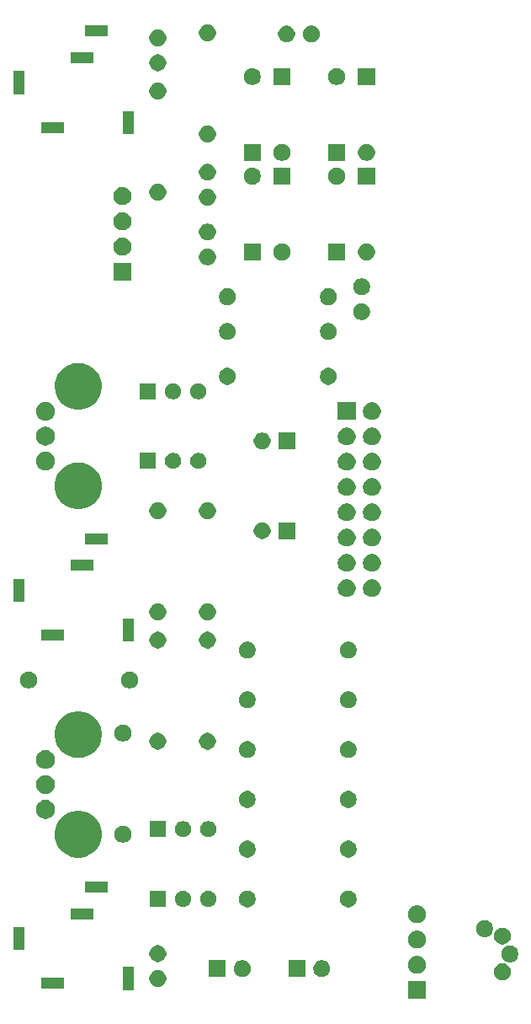
<source format=gbr>
G04 #@! TF.GenerationSoftware,KiCad,Pcbnew,(5.1.5)-3*
G04 #@! TF.CreationDate,2020-07-25T11:56:43-07:00*
G04 #@! TF.ProjectId,VCF_THT,5643465f-5448-4542-9e6b-696361645f70,rev?*
G04 #@! TF.SameCoordinates,Original*
G04 #@! TF.FileFunction,Soldermask,Top*
G04 #@! TF.FilePolarity,Negative*
%FSLAX46Y46*%
G04 Gerber Fmt 4.6, Leading zero omitted, Abs format (unit mm)*
G04 Created by KiCad (PCBNEW (5.1.5)-3) date 2020-07-25 11:56:43*
%MOMM*%
%LPD*%
G04 APERTURE LIST*
%ADD10C,0.100000*%
G04 APERTURE END LIST*
D10*
G36*
X42981180Y-99064380D02*
G01*
X41179180Y-99064380D01*
X41179180Y-97262380D01*
X42981180Y-97262380D01*
X42981180Y-99064380D01*
G37*
G36*
X13551000Y-98151000D02*
G01*
X12449000Y-98151000D01*
X12449000Y-95849000D01*
X13551000Y-95849000D01*
X13551000Y-98151000D01*
G37*
G36*
X6551000Y-98051000D02*
G01*
X4249000Y-98051000D01*
X4249000Y-96949000D01*
X6551000Y-96949000D01*
X6551000Y-98051000D01*
G37*
G36*
X16248228Y-96181703D02*
G01*
X16403100Y-96245853D01*
X16542481Y-96338985D01*
X16661015Y-96457519D01*
X16754147Y-96596900D01*
X16818297Y-96751772D01*
X16851000Y-96916184D01*
X16851000Y-97083816D01*
X16818297Y-97248228D01*
X16754147Y-97403100D01*
X16661015Y-97542481D01*
X16542481Y-97661015D01*
X16403100Y-97754147D01*
X16248228Y-97818297D01*
X16083816Y-97851000D01*
X15916184Y-97851000D01*
X15751772Y-97818297D01*
X15596900Y-97754147D01*
X15457519Y-97661015D01*
X15338985Y-97542481D01*
X15245853Y-97403100D01*
X15181703Y-97248228D01*
X15149000Y-97083816D01*
X15149000Y-96916184D01*
X15181703Y-96751772D01*
X15245853Y-96596900D01*
X15338985Y-96457519D01*
X15457519Y-96338985D01*
X15596900Y-96245853D01*
X15751772Y-96181703D01*
X15916184Y-96149000D01*
X16083816Y-96149000D01*
X16248228Y-96181703D01*
G37*
G36*
X50837391Y-95494819D02*
G01*
X50918631Y-95510979D01*
X51071683Y-95574376D01*
X51209426Y-95666413D01*
X51326567Y-95783554D01*
X51418604Y-95921297D01*
X51482001Y-96074349D01*
X51482001Y-96074351D01*
X51514320Y-96236827D01*
X51514320Y-96402493D01*
X51514199Y-96403100D01*
X51482001Y-96564971D01*
X51418604Y-96718023D01*
X51326567Y-96855766D01*
X51209426Y-96972907D01*
X51071683Y-97064944D01*
X50918631Y-97128341D01*
X50837391Y-97144501D01*
X50756153Y-97160660D01*
X50590487Y-97160660D01*
X50509249Y-97144501D01*
X50428009Y-97128341D01*
X50274957Y-97064944D01*
X50137214Y-96972907D01*
X50020073Y-96855766D01*
X49928036Y-96718023D01*
X49864639Y-96564971D01*
X49832441Y-96403100D01*
X49832320Y-96402493D01*
X49832320Y-96236827D01*
X49864639Y-96074351D01*
X49864639Y-96074349D01*
X49928036Y-95921297D01*
X50020073Y-95783554D01*
X50137214Y-95666413D01*
X50274957Y-95574376D01*
X50428009Y-95510979D01*
X50509249Y-95494819D01*
X50590487Y-95478660D01*
X50756153Y-95478660D01*
X50837391Y-95494819D01*
G37*
G36*
X32748228Y-95181703D02*
G01*
X32903100Y-95245853D01*
X33042481Y-95338985D01*
X33161015Y-95457519D01*
X33254147Y-95596900D01*
X33318297Y-95751772D01*
X33351000Y-95916184D01*
X33351000Y-96083816D01*
X33318297Y-96248228D01*
X33254147Y-96403100D01*
X33161015Y-96542481D01*
X33042481Y-96661015D01*
X32903100Y-96754147D01*
X32748228Y-96818297D01*
X32583816Y-96851000D01*
X32416184Y-96851000D01*
X32251772Y-96818297D01*
X32096900Y-96754147D01*
X31957519Y-96661015D01*
X31838985Y-96542481D01*
X31745853Y-96403100D01*
X31681703Y-96248228D01*
X31649000Y-96083816D01*
X31649000Y-95916184D01*
X31681703Y-95751772D01*
X31745853Y-95596900D01*
X31838985Y-95457519D01*
X31957519Y-95338985D01*
X32096900Y-95245853D01*
X32251772Y-95181703D01*
X32416184Y-95149000D01*
X32583816Y-95149000D01*
X32748228Y-95181703D01*
G37*
G36*
X24748228Y-95181703D02*
G01*
X24903100Y-95245853D01*
X25042481Y-95338985D01*
X25161015Y-95457519D01*
X25254147Y-95596900D01*
X25318297Y-95751772D01*
X25351000Y-95916184D01*
X25351000Y-96083816D01*
X25318297Y-96248228D01*
X25254147Y-96403100D01*
X25161015Y-96542481D01*
X25042481Y-96661015D01*
X24903100Y-96754147D01*
X24748228Y-96818297D01*
X24583816Y-96851000D01*
X24416184Y-96851000D01*
X24251772Y-96818297D01*
X24096900Y-96754147D01*
X23957519Y-96661015D01*
X23838985Y-96542481D01*
X23745853Y-96403100D01*
X23681703Y-96248228D01*
X23649000Y-96083816D01*
X23649000Y-95916184D01*
X23681703Y-95751772D01*
X23745853Y-95596900D01*
X23838985Y-95457519D01*
X23957519Y-95338985D01*
X24096900Y-95245853D01*
X24251772Y-95181703D01*
X24416184Y-95149000D01*
X24583816Y-95149000D01*
X24748228Y-95181703D01*
G37*
G36*
X22851000Y-96851000D02*
G01*
X21149000Y-96851000D01*
X21149000Y-95149000D01*
X22851000Y-95149000D01*
X22851000Y-96851000D01*
G37*
G36*
X30851000Y-96851000D02*
G01*
X29149000Y-96851000D01*
X29149000Y-95149000D01*
X30851000Y-95149000D01*
X30851000Y-96851000D01*
G37*
G36*
X42193692Y-94727307D02*
G01*
X42342992Y-94757004D01*
X42506964Y-94824924D01*
X42654534Y-94923527D01*
X42780033Y-95049026D01*
X42878636Y-95196596D01*
X42946556Y-95360568D01*
X42981180Y-95534639D01*
X42981180Y-95712121D01*
X42946556Y-95886192D01*
X42878636Y-96050164D01*
X42780033Y-96197734D01*
X42654534Y-96323233D01*
X42506964Y-96421836D01*
X42342992Y-96489756D01*
X42193692Y-96519453D01*
X42168922Y-96524380D01*
X41991438Y-96524380D01*
X41966668Y-96519453D01*
X41817368Y-96489756D01*
X41653396Y-96421836D01*
X41505826Y-96323233D01*
X41380327Y-96197734D01*
X41281724Y-96050164D01*
X41213804Y-95886192D01*
X41179180Y-95712121D01*
X41179180Y-95534639D01*
X41213804Y-95360568D01*
X41281724Y-95196596D01*
X41380327Y-95049026D01*
X41505826Y-94923527D01*
X41653396Y-94824924D01*
X41817368Y-94757004D01*
X41966668Y-94727307D01*
X41991438Y-94722380D01*
X42168922Y-94722380D01*
X42193692Y-94727307D01*
G37*
G36*
X51581291Y-93698720D02*
G01*
X51662531Y-93714879D01*
X51815583Y-93778276D01*
X51953326Y-93870313D01*
X52070467Y-93987454D01*
X52162504Y-94125197D01*
X52225901Y-94278249D01*
X52258220Y-94440729D01*
X52258220Y-94606391D01*
X52225901Y-94768871D01*
X52162504Y-94921923D01*
X52070467Y-95059666D01*
X51953326Y-95176807D01*
X51815583Y-95268844D01*
X51662531Y-95332241D01*
X51581291Y-95348400D01*
X51500053Y-95364560D01*
X51334387Y-95364560D01*
X51253149Y-95348400D01*
X51171909Y-95332241D01*
X51018857Y-95268844D01*
X50881114Y-95176807D01*
X50763973Y-95059666D01*
X50671936Y-94921923D01*
X50608539Y-94768871D01*
X50576220Y-94606391D01*
X50576220Y-94440729D01*
X50608539Y-94278249D01*
X50671936Y-94125197D01*
X50763973Y-93987454D01*
X50881114Y-93870313D01*
X51018857Y-93778276D01*
X51171909Y-93714879D01*
X51253149Y-93698720D01*
X51334387Y-93682560D01*
X51500053Y-93682560D01*
X51581291Y-93698720D01*
G37*
G36*
X16248228Y-93681703D02*
G01*
X16403100Y-93745853D01*
X16542481Y-93838985D01*
X16661015Y-93957519D01*
X16754147Y-94096900D01*
X16818297Y-94251772D01*
X16851000Y-94416184D01*
X16851000Y-94583816D01*
X16818297Y-94748228D01*
X16754147Y-94903100D01*
X16661015Y-95042481D01*
X16542481Y-95161015D01*
X16403100Y-95254147D01*
X16248228Y-95318297D01*
X16083816Y-95351000D01*
X15916184Y-95351000D01*
X15751772Y-95318297D01*
X15596900Y-95254147D01*
X15457519Y-95161015D01*
X15338985Y-95042481D01*
X15245853Y-94903100D01*
X15181703Y-94748228D01*
X15149000Y-94583816D01*
X15149000Y-94416184D01*
X15181703Y-94251772D01*
X15245853Y-94096900D01*
X15338985Y-93957519D01*
X15457519Y-93838985D01*
X15596900Y-93745853D01*
X15751772Y-93681703D01*
X15916184Y-93649000D01*
X16083816Y-93649000D01*
X16248228Y-93681703D01*
G37*
G36*
X2551000Y-94151000D02*
G01*
X1449000Y-94151000D01*
X1449000Y-91849000D01*
X2551000Y-91849000D01*
X2551000Y-94151000D01*
G37*
G36*
X42193692Y-92187307D02*
G01*
X42342992Y-92217004D01*
X42506964Y-92284924D01*
X42654534Y-92383527D01*
X42780033Y-92509026D01*
X42878636Y-92656596D01*
X42946556Y-92820568D01*
X42981180Y-92994639D01*
X42981180Y-93172121D01*
X42946556Y-93346192D01*
X42878636Y-93510164D01*
X42780033Y-93657734D01*
X42654534Y-93783233D01*
X42506964Y-93881836D01*
X42342992Y-93949756D01*
X42193692Y-93979453D01*
X42168922Y-93984380D01*
X41991438Y-93984380D01*
X41966668Y-93979453D01*
X41817368Y-93949756D01*
X41653396Y-93881836D01*
X41505826Y-93783233D01*
X41380327Y-93657734D01*
X41281724Y-93510164D01*
X41213804Y-93346192D01*
X41179180Y-93172121D01*
X41179180Y-92994639D01*
X41213804Y-92820568D01*
X41281724Y-92656596D01*
X41380327Y-92509026D01*
X41505826Y-92383527D01*
X41653396Y-92284924D01*
X41817368Y-92217004D01*
X41966668Y-92187307D01*
X41991438Y-92182380D01*
X42168922Y-92182380D01*
X42193692Y-92187307D01*
G37*
G36*
X50827877Y-91900727D02*
G01*
X50918631Y-91918779D01*
X51071683Y-91982176D01*
X51209426Y-92074213D01*
X51326567Y-92191354D01*
X51418604Y-92329097D01*
X51482001Y-92482149D01*
X51498161Y-92563389D01*
X51512765Y-92636808D01*
X51514320Y-92644629D01*
X51514320Y-92810291D01*
X51482001Y-92972771D01*
X51418604Y-93125823D01*
X51326567Y-93263566D01*
X51209426Y-93380707D01*
X51071683Y-93472744D01*
X50918631Y-93536141D01*
X50837391Y-93552301D01*
X50756153Y-93568460D01*
X50590487Y-93568460D01*
X50509249Y-93552301D01*
X50428009Y-93536141D01*
X50274957Y-93472744D01*
X50137214Y-93380707D01*
X50020073Y-93263566D01*
X49928036Y-93125823D01*
X49864639Y-92972771D01*
X49832320Y-92810291D01*
X49832320Y-92644629D01*
X49833876Y-92636808D01*
X49848479Y-92563389D01*
X49864639Y-92482149D01*
X49928036Y-92329097D01*
X50020073Y-92191354D01*
X50137214Y-92074213D01*
X50274957Y-91982176D01*
X50428009Y-91918779D01*
X50518763Y-91900727D01*
X50590487Y-91886460D01*
X50756153Y-91886460D01*
X50827877Y-91900727D01*
G37*
G36*
X49041291Y-91158719D02*
G01*
X49122531Y-91174879D01*
X49275583Y-91238276D01*
X49413326Y-91330313D01*
X49530467Y-91447454D01*
X49622504Y-91585197D01*
X49685901Y-91738249D01*
X49685901Y-91738251D01*
X49718220Y-91900727D01*
X49718220Y-92066393D01*
X49716664Y-92074213D01*
X49685901Y-92228871D01*
X49622504Y-92381923D01*
X49530467Y-92519666D01*
X49413326Y-92636807D01*
X49275583Y-92728844D01*
X49122531Y-92792241D01*
X49041291Y-92808401D01*
X48960053Y-92824560D01*
X48794387Y-92824560D01*
X48713149Y-92808401D01*
X48631909Y-92792241D01*
X48478857Y-92728844D01*
X48341114Y-92636807D01*
X48223973Y-92519666D01*
X48131936Y-92381923D01*
X48068539Y-92228871D01*
X48037776Y-92074213D01*
X48036220Y-92066393D01*
X48036220Y-91900727D01*
X48068539Y-91738251D01*
X48068539Y-91738249D01*
X48131936Y-91585197D01*
X48223973Y-91447454D01*
X48341114Y-91330313D01*
X48478857Y-91238276D01*
X48631909Y-91174879D01*
X48713149Y-91158719D01*
X48794387Y-91142560D01*
X48960053Y-91142560D01*
X49041291Y-91158719D01*
G37*
G36*
X42193692Y-89647307D02*
G01*
X42342992Y-89677004D01*
X42506964Y-89744924D01*
X42654534Y-89843527D01*
X42780033Y-89969026D01*
X42878636Y-90116596D01*
X42946556Y-90280568D01*
X42981180Y-90454639D01*
X42981180Y-90632121D01*
X42946556Y-90806192D01*
X42878636Y-90970164D01*
X42780033Y-91117734D01*
X42654534Y-91243233D01*
X42506964Y-91341836D01*
X42342992Y-91409756D01*
X42193692Y-91439453D01*
X42168922Y-91444380D01*
X41991438Y-91444380D01*
X41966668Y-91439453D01*
X41817368Y-91409756D01*
X41653396Y-91341836D01*
X41505826Y-91243233D01*
X41380327Y-91117734D01*
X41281724Y-90970164D01*
X41213804Y-90806192D01*
X41179180Y-90632121D01*
X41179180Y-90454639D01*
X41213804Y-90280568D01*
X41281724Y-90116596D01*
X41380327Y-89969026D01*
X41505826Y-89843527D01*
X41653396Y-89744924D01*
X41817368Y-89677004D01*
X41966668Y-89647307D01*
X41991438Y-89642380D01*
X42168922Y-89642380D01*
X42193692Y-89647307D01*
G37*
G36*
X9551000Y-91051000D02*
G01*
X7249000Y-91051000D01*
X7249000Y-89949000D01*
X9551000Y-89949000D01*
X9551000Y-91051000D01*
G37*
G36*
X25248228Y-88181703D02*
G01*
X25403100Y-88245853D01*
X25542481Y-88338985D01*
X25661015Y-88457519D01*
X25754147Y-88596900D01*
X25818297Y-88751772D01*
X25851000Y-88916184D01*
X25851000Y-89083816D01*
X25818297Y-89248228D01*
X25754147Y-89403100D01*
X25661015Y-89542481D01*
X25542481Y-89661015D01*
X25403100Y-89754147D01*
X25248228Y-89818297D01*
X25083816Y-89851000D01*
X24916184Y-89851000D01*
X24751772Y-89818297D01*
X24596900Y-89754147D01*
X24457519Y-89661015D01*
X24338985Y-89542481D01*
X24245853Y-89403100D01*
X24181703Y-89248228D01*
X24149000Y-89083816D01*
X24149000Y-88916184D01*
X24181703Y-88751772D01*
X24245853Y-88596900D01*
X24338985Y-88457519D01*
X24457519Y-88338985D01*
X24596900Y-88245853D01*
X24751772Y-88181703D01*
X24916184Y-88149000D01*
X25083816Y-88149000D01*
X25248228Y-88181703D01*
G37*
G36*
X35408228Y-88181703D02*
G01*
X35563100Y-88245853D01*
X35702481Y-88338985D01*
X35821015Y-88457519D01*
X35914147Y-88596900D01*
X35978297Y-88751772D01*
X36011000Y-88916184D01*
X36011000Y-89083816D01*
X35978297Y-89248228D01*
X35914147Y-89403100D01*
X35821015Y-89542481D01*
X35702481Y-89661015D01*
X35563100Y-89754147D01*
X35408228Y-89818297D01*
X35243816Y-89851000D01*
X35076184Y-89851000D01*
X34911772Y-89818297D01*
X34756900Y-89754147D01*
X34617519Y-89661015D01*
X34498985Y-89542481D01*
X34405853Y-89403100D01*
X34341703Y-89248228D01*
X34309000Y-89083816D01*
X34309000Y-88916184D01*
X34341703Y-88751772D01*
X34405853Y-88596900D01*
X34498985Y-88457519D01*
X34617519Y-88338985D01*
X34756900Y-88245853D01*
X34911772Y-88181703D01*
X35076184Y-88149000D01*
X35243816Y-88149000D01*
X35408228Y-88181703D01*
G37*
G36*
X18776560Y-88220166D02*
G01*
X18924153Y-88281301D01*
X19010483Y-88338985D01*
X19056982Y-88370055D01*
X19169945Y-88483018D01*
X19258700Y-88615849D01*
X19319834Y-88763440D01*
X19351000Y-88920122D01*
X19351000Y-89079878D01*
X19319834Y-89236560D01*
X19258699Y-89384153D01*
X19169945Y-89516982D01*
X19056982Y-89629945D01*
X18924153Y-89718699D01*
X18924152Y-89718700D01*
X18924151Y-89718700D01*
X18776560Y-89779834D01*
X18619878Y-89811000D01*
X18460122Y-89811000D01*
X18303440Y-89779834D01*
X18155849Y-89718700D01*
X18155848Y-89718700D01*
X18155847Y-89718699D01*
X18023018Y-89629945D01*
X17910055Y-89516982D01*
X17821301Y-89384153D01*
X17760166Y-89236560D01*
X17729000Y-89079878D01*
X17729000Y-88920122D01*
X17760166Y-88763440D01*
X17821300Y-88615849D01*
X17910055Y-88483018D01*
X18023018Y-88370055D01*
X18069517Y-88338985D01*
X18155847Y-88281301D01*
X18303440Y-88220166D01*
X18460122Y-88189000D01*
X18619878Y-88189000D01*
X18776560Y-88220166D01*
G37*
G36*
X21316560Y-88220166D02*
G01*
X21464153Y-88281301D01*
X21550483Y-88338985D01*
X21596982Y-88370055D01*
X21709945Y-88483018D01*
X21798700Y-88615849D01*
X21859834Y-88763440D01*
X21891000Y-88920122D01*
X21891000Y-89079878D01*
X21859834Y-89236560D01*
X21798699Y-89384153D01*
X21709945Y-89516982D01*
X21596982Y-89629945D01*
X21464153Y-89718699D01*
X21464152Y-89718700D01*
X21464151Y-89718700D01*
X21316560Y-89779834D01*
X21159878Y-89811000D01*
X21000122Y-89811000D01*
X20843440Y-89779834D01*
X20695849Y-89718700D01*
X20695848Y-89718700D01*
X20695847Y-89718699D01*
X20563018Y-89629945D01*
X20450055Y-89516982D01*
X20361301Y-89384153D01*
X20300166Y-89236560D01*
X20269000Y-89079878D01*
X20269000Y-88920122D01*
X20300166Y-88763440D01*
X20361300Y-88615849D01*
X20450055Y-88483018D01*
X20563018Y-88370055D01*
X20609517Y-88338985D01*
X20695847Y-88281301D01*
X20843440Y-88220166D01*
X21000122Y-88189000D01*
X21159878Y-88189000D01*
X21316560Y-88220166D01*
G37*
G36*
X16811000Y-89811000D02*
G01*
X15189000Y-89811000D01*
X15189000Y-88189000D01*
X16811000Y-88189000D01*
X16811000Y-89811000D01*
G37*
G36*
X10951000Y-88351000D02*
G01*
X8649000Y-88351000D01*
X8649000Y-87249000D01*
X10951000Y-87249000D01*
X10951000Y-88351000D01*
G37*
G36*
X35408228Y-83181703D02*
G01*
X35563100Y-83245853D01*
X35702481Y-83338985D01*
X35821015Y-83457519D01*
X35914147Y-83596900D01*
X35978297Y-83751772D01*
X36011000Y-83916184D01*
X36011000Y-84083816D01*
X35978297Y-84248228D01*
X35914147Y-84403100D01*
X35821015Y-84542481D01*
X35702481Y-84661015D01*
X35563100Y-84754147D01*
X35408228Y-84818297D01*
X35243816Y-84851000D01*
X35076184Y-84851000D01*
X34911772Y-84818297D01*
X34756900Y-84754147D01*
X34617519Y-84661015D01*
X34498985Y-84542481D01*
X34405853Y-84403100D01*
X34341703Y-84248228D01*
X34309000Y-84083816D01*
X34309000Y-83916184D01*
X34341703Y-83751772D01*
X34405853Y-83596900D01*
X34498985Y-83457519D01*
X34617519Y-83338985D01*
X34756900Y-83245853D01*
X34911772Y-83181703D01*
X35076184Y-83149000D01*
X35243816Y-83149000D01*
X35408228Y-83181703D01*
G37*
G36*
X8534358Y-80209232D02*
G01*
X8685761Y-80239348D01*
X9113616Y-80416571D01*
X9498675Y-80673859D01*
X9826141Y-81001325D01*
X10083429Y-81386384D01*
X10260652Y-81814239D01*
X10281714Y-81920123D01*
X10351000Y-82268445D01*
X10351000Y-82731555D01*
X10335197Y-82811000D01*
X10260652Y-83185761D01*
X10083429Y-83613616D01*
X9826141Y-83998675D01*
X9498675Y-84326141D01*
X9113616Y-84583429D01*
X8685761Y-84760652D01*
X8534358Y-84790768D01*
X8231555Y-84851000D01*
X7768445Y-84851000D01*
X7465642Y-84790768D01*
X7314239Y-84760652D01*
X6886384Y-84583429D01*
X6501325Y-84326141D01*
X6173859Y-83998675D01*
X5916571Y-83613616D01*
X5739348Y-83185761D01*
X5664803Y-82811000D01*
X5649000Y-82731555D01*
X5649000Y-82268445D01*
X5718286Y-81920123D01*
X5739348Y-81814239D01*
X5916571Y-81386384D01*
X6173859Y-81001325D01*
X6501325Y-80673859D01*
X6886384Y-80416571D01*
X7314239Y-80239348D01*
X7465642Y-80209232D01*
X7768445Y-80149000D01*
X8231555Y-80149000D01*
X8534358Y-80209232D01*
G37*
G36*
X25248228Y-83181703D02*
G01*
X25403100Y-83245853D01*
X25542481Y-83338985D01*
X25661015Y-83457519D01*
X25754147Y-83596900D01*
X25818297Y-83751772D01*
X25851000Y-83916184D01*
X25851000Y-84083816D01*
X25818297Y-84248228D01*
X25754147Y-84403100D01*
X25661015Y-84542481D01*
X25542481Y-84661015D01*
X25403100Y-84754147D01*
X25248228Y-84818297D01*
X25083816Y-84851000D01*
X24916184Y-84851000D01*
X24751772Y-84818297D01*
X24596900Y-84754147D01*
X24457519Y-84661015D01*
X24338985Y-84542481D01*
X24245853Y-84403100D01*
X24181703Y-84248228D01*
X24149000Y-84083816D01*
X24149000Y-83916184D01*
X24181703Y-83751772D01*
X24245853Y-83596900D01*
X24338985Y-83457519D01*
X24457519Y-83338985D01*
X24596900Y-83245853D01*
X24751772Y-83181703D01*
X24916184Y-83149000D01*
X25083816Y-83149000D01*
X25248228Y-83181703D01*
G37*
G36*
X12748228Y-81681703D02*
G01*
X12903100Y-81745853D01*
X13042481Y-81838985D01*
X13161015Y-81957519D01*
X13254147Y-82096900D01*
X13318297Y-82251772D01*
X13351000Y-82416184D01*
X13351000Y-82583816D01*
X13318297Y-82748228D01*
X13254147Y-82903100D01*
X13161015Y-83042481D01*
X13042481Y-83161015D01*
X12903100Y-83254147D01*
X12748228Y-83318297D01*
X12583816Y-83351000D01*
X12416184Y-83351000D01*
X12251772Y-83318297D01*
X12096900Y-83254147D01*
X11957519Y-83161015D01*
X11838985Y-83042481D01*
X11745853Y-82903100D01*
X11681703Y-82748228D01*
X11649000Y-82583816D01*
X11649000Y-82416184D01*
X11681703Y-82251772D01*
X11745853Y-82096900D01*
X11838985Y-81957519D01*
X11957519Y-81838985D01*
X12096900Y-81745853D01*
X12251772Y-81681703D01*
X12416184Y-81649000D01*
X12583816Y-81649000D01*
X12748228Y-81681703D01*
G37*
G36*
X16811000Y-82811000D02*
G01*
X15189000Y-82811000D01*
X15189000Y-81189000D01*
X16811000Y-81189000D01*
X16811000Y-82811000D01*
G37*
G36*
X18776560Y-81220166D02*
G01*
X18924153Y-81281301D01*
X19056982Y-81370055D01*
X19169945Y-81483018D01*
X19258700Y-81615849D01*
X19319834Y-81763440D01*
X19351000Y-81920122D01*
X19351000Y-82079878D01*
X19319834Y-82236560D01*
X19258699Y-82384153D01*
X19169945Y-82516982D01*
X19056982Y-82629945D01*
X18924153Y-82718699D01*
X18924152Y-82718700D01*
X18924151Y-82718700D01*
X18776560Y-82779834D01*
X18619878Y-82811000D01*
X18460122Y-82811000D01*
X18303440Y-82779834D01*
X18155849Y-82718700D01*
X18155848Y-82718700D01*
X18155847Y-82718699D01*
X18023018Y-82629945D01*
X17910055Y-82516982D01*
X17821301Y-82384153D01*
X17760166Y-82236560D01*
X17729000Y-82079878D01*
X17729000Y-81920122D01*
X17760166Y-81763440D01*
X17821300Y-81615849D01*
X17910055Y-81483018D01*
X18023018Y-81370055D01*
X18155847Y-81281301D01*
X18303440Y-81220166D01*
X18460122Y-81189000D01*
X18619878Y-81189000D01*
X18776560Y-81220166D01*
G37*
G36*
X21316560Y-81220166D02*
G01*
X21464153Y-81281301D01*
X21596982Y-81370055D01*
X21709945Y-81483018D01*
X21798700Y-81615849D01*
X21859834Y-81763440D01*
X21891000Y-81920122D01*
X21891000Y-82079878D01*
X21859834Y-82236560D01*
X21798699Y-82384153D01*
X21709945Y-82516982D01*
X21596982Y-82629945D01*
X21464153Y-82718699D01*
X21464152Y-82718700D01*
X21464151Y-82718700D01*
X21316560Y-82779834D01*
X21159878Y-82811000D01*
X21000122Y-82811000D01*
X20843440Y-82779834D01*
X20695849Y-82718700D01*
X20695848Y-82718700D01*
X20695847Y-82718699D01*
X20563018Y-82629945D01*
X20450055Y-82516982D01*
X20361301Y-82384153D01*
X20300166Y-82236560D01*
X20269000Y-82079878D01*
X20269000Y-81920122D01*
X20300166Y-81763440D01*
X20361300Y-81615849D01*
X20450055Y-81483018D01*
X20563018Y-81370055D01*
X20695847Y-81281301D01*
X20843440Y-81220166D01*
X21000122Y-81189000D01*
X21159878Y-81189000D01*
X21316560Y-81220166D01*
G37*
G36*
X4977395Y-79085546D02*
G01*
X5150466Y-79157234D01*
X5150467Y-79157235D01*
X5306227Y-79261310D01*
X5438690Y-79393773D01*
X5438691Y-79393775D01*
X5542766Y-79549534D01*
X5614454Y-79722605D01*
X5651000Y-79906333D01*
X5651000Y-80093667D01*
X5614454Y-80277395D01*
X5542766Y-80450466D01*
X5542765Y-80450467D01*
X5438690Y-80606227D01*
X5306227Y-80738690D01*
X5227818Y-80791081D01*
X5150466Y-80842766D01*
X4977395Y-80914454D01*
X4793667Y-80951000D01*
X4606333Y-80951000D01*
X4422605Y-80914454D01*
X4249534Y-80842766D01*
X4172182Y-80791081D01*
X4093773Y-80738690D01*
X3961310Y-80606227D01*
X3857235Y-80450467D01*
X3857234Y-80450466D01*
X3785546Y-80277395D01*
X3749000Y-80093667D01*
X3749000Y-79906333D01*
X3785546Y-79722605D01*
X3857234Y-79549534D01*
X3961309Y-79393775D01*
X3961310Y-79393773D01*
X4093773Y-79261310D01*
X4249533Y-79157235D01*
X4249534Y-79157234D01*
X4422605Y-79085546D01*
X4606333Y-79049000D01*
X4793667Y-79049000D01*
X4977395Y-79085546D01*
G37*
G36*
X35408228Y-78181703D02*
G01*
X35563100Y-78245853D01*
X35702481Y-78338985D01*
X35821015Y-78457519D01*
X35914147Y-78596900D01*
X35978297Y-78751772D01*
X36011000Y-78916184D01*
X36011000Y-79083816D01*
X35978297Y-79248228D01*
X35914147Y-79403100D01*
X35821015Y-79542481D01*
X35702481Y-79661015D01*
X35563100Y-79754147D01*
X35408228Y-79818297D01*
X35243816Y-79851000D01*
X35076184Y-79851000D01*
X34911772Y-79818297D01*
X34756900Y-79754147D01*
X34617519Y-79661015D01*
X34498985Y-79542481D01*
X34405853Y-79403100D01*
X34341703Y-79248228D01*
X34309000Y-79083816D01*
X34309000Y-78916184D01*
X34341703Y-78751772D01*
X34405853Y-78596900D01*
X34498985Y-78457519D01*
X34617519Y-78338985D01*
X34756900Y-78245853D01*
X34911772Y-78181703D01*
X35076184Y-78149000D01*
X35243816Y-78149000D01*
X35408228Y-78181703D01*
G37*
G36*
X25248228Y-78181703D02*
G01*
X25403100Y-78245853D01*
X25542481Y-78338985D01*
X25661015Y-78457519D01*
X25754147Y-78596900D01*
X25818297Y-78751772D01*
X25851000Y-78916184D01*
X25851000Y-79083816D01*
X25818297Y-79248228D01*
X25754147Y-79403100D01*
X25661015Y-79542481D01*
X25542481Y-79661015D01*
X25403100Y-79754147D01*
X25248228Y-79818297D01*
X25083816Y-79851000D01*
X24916184Y-79851000D01*
X24751772Y-79818297D01*
X24596900Y-79754147D01*
X24457519Y-79661015D01*
X24338985Y-79542481D01*
X24245853Y-79403100D01*
X24181703Y-79248228D01*
X24149000Y-79083816D01*
X24149000Y-78916184D01*
X24181703Y-78751772D01*
X24245853Y-78596900D01*
X24338985Y-78457519D01*
X24457519Y-78338985D01*
X24596900Y-78245853D01*
X24751772Y-78181703D01*
X24916184Y-78149000D01*
X25083816Y-78149000D01*
X25248228Y-78181703D01*
G37*
G36*
X4977395Y-76585546D02*
G01*
X5150466Y-76657234D01*
X5150467Y-76657235D01*
X5306227Y-76761310D01*
X5438690Y-76893773D01*
X5438691Y-76893775D01*
X5542766Y-77049534D01*
X5614454Y-77222605D01*
X5651000Y-77406333D01*
X5651000Y-77593667D01*
X5614454Y-77777395D01*
X5542766Y-77950466D01*
X5542765Y-77950467D01*
X5438690Y-78106227D01*
X5306227Y-78238690D01*
X5227818Y-78291081D01*
X5150466Y-78342766D01*
X4977395Y-78414454D01*
X4793667Y-78451000D01*
X4606333Y-78451000D01*
X4422605Y-78414454D01*
X4249534Y-78342766D01*
X4172182Y-78291081D01*
X4093773Y-78238690D01*
X3961310Y-78106227D01*
X3857235Y-77950467D01*
X3857234Y-77950466D01*
X3785546Y-77777395D01*
X3749000Y-77593667D01*
X3749000Y-77406333D01*
X3785546Y-77222605D01*
X3857234Y-77049534D01*
X3961309Y-76893775D01*
X3961310Y-76893773D01*
X4093773Y-76761310D01*
X4249533Y-76657235D01*
X4249534Y-76657234D01*
X4422605Y-76585546D01*
X4606333Y-76549000D01*
X4793667Y-76549000D01*
X4977395Y-76585546D01*
G37*
G36*
X4977395Y-74085546D02*
G01*
X5150466Y-74157234D01*
X5150467Y-74157235D01*
X5306227Y-74261310D01*
X5438690Y-74393773D01*
X5438691Y-74393775D01*
X5542766Y-74549534D01*
X5614454Y-74722605D01*
X5651000Y-74906333D01*
X5651000Y-75093667D01*
X5614454Y-75277395D01*
X5542766Y-75450466D01*
X5542765Y-75450467D01*
X5438690Y-75606227D01*
X5306227Y-75738690D01*
X5227818Y-75791081D01*
X5150466Y-75842766D01*
X4977395Y-75914454D01*
X4793667Y-75951000D01*
X4606333Y-75951000D01*
X4422605Y-75914454D01*
X4249534Y-75842766D01*
X4172182Y-75791081D01*
X4093773Y-75738690D01*
X3961310Y-75606227D01*
X3857235Y-75450467D01*
X3857234Y-75450466D01*
X3785546Y-75277395D01*
X3749000Y-75093667D01*
X3749000Y-74906333D01*
X3785546Y-74722605D01*
X3857234Y-74549534D01*
X3961309Y-74393775D01*
X3961310Y-74393773D01*
X4093773Y-74261310D01*
X4249533Y-74157235D01*
X4249534Y-74157234D01*
X4422605Y-74085546D01*
X4606333Y-74049000D01*
X4793667Y-74049000D01*
X4977395Y-74085546D01*
G37*
G36*
X35408228Y-73181703D02*
G01*
X35563100Y-73245853D01*
X35702481Y-73338985D01*
X35821015Y-73457519D01*
X35914147Y-73596900D01*
X35978297Y-73751772D01*
X36011000Y-73916184D01*
X36011000Y-74083816D01*
X35978297Y-74248228D01*
X35914147Y-74403100D01*
X35821015Y-74542481D01*
X35702481Y-74661015D01*
X35563100Y-74754147D01*
X35408228Y-74818297D01*
X35243816Y-74851000D01*
X35076184Y-74851000D01*
X34911772Y-74818297D01*
X34756900Y-74754147D01*
X34617519Y-74661015D01*
X34498985Y-74542481D01*
X34405853Y-74403100D01*
X34341703Y-74248228D01*
X34309000Y-74083816D01*
X34309000Y-73916184D01*
X34341703Y-73751772D01*
X34405853Y-73596900D01*
X34498985Y-73457519D01*
X34617519Y-73338985D01*
X34756900Y-73245853D01*
X34911772Y-73181703D01*
X35076184Y-73149000D01*
X35243816Y-73149000D01*
X35408228Y-73181703D01*
G37*
G36*
X8534358Y-70209232D02*
G01*
X8685761Y-70239348D01*
X9113616Y-70416571D01*
X9498675Y-70673859D01*
X9826141Y-71001325D01*
X10083429Y-71386384D01*
X10253727Y-71797520D01*
X10260652Y-71814240D01*
X10351000Y-72268445D01*
X10351000Y-72731555D01*
X10315152Y-72911771D01*
X10260652Y-73185761D01*
X10083429Y-73613616D01*
X9826141Y-73998675D01*
X9498675Y-74326141D01*
X9113616Y-74583429D01*
X8685761Y-74760652D01*
X8534358Y-74790768D01*
X8231555Y-74851000D01*
X7768445Y-74851000D01*
X7465642Y-74790768D01*
X7314239Y-74760652D01*
X6886384Y-74583429D01*
X6501325Y-74326141D01*
X6173859Y-73998675D01*
X5916571Y-73613616D01*
X5739348Y-73185761D01*
X5684848Y-72911771D01*
X5649000Y-72731555D01*
X5649000Y-72268445D01*
X5739348Y-71814240D01*
X5746274Y-71797520D01*
X5916571Y-71386384D01*
X6173859Y-71001325D01*
X6501325Y-70673859D01*
X6886384Y-70416571D01*
X7314239Y-70239348D01*
X7465642Y-70209232D01*
X7768445Y-70149000D01*
X8231555Y-70149000D01*
X8534358Y-70209232D01*
G37*
G36*
X25248228Y-73181703D02*
G01*
X25403100Y-73245853D01*
X25542481Y-73338985D01*
X25661015Y-73457519D01*
X25754147Y-73596900D01*
X25818297Y-73751772D01*
X25851000Y-73916184D01*
X25851000Y-74083816D01*
X25818297Y-74248228D01*
X25754147Y-74403100D01*
X25661015Y-74542481D01*
X25542481Y-74661015D01*
X25403100Y-74754147D01*
X25248228Y-74818297D01*
X25083816Y-74851000D01*
X24916184Y-74851000D01*
X24751772Y-74818297D01*
X24596900Y-74754147D01*
X24457519Y-74661015D01*
X24338985Y-74542481D01*
X24245853Y-74403100D01*
X24181703Y-74248228D01*
X24149000Y-74083816D01*
X24149000Y-73916184D01*
X24181703Y-73751772D01*
X24245853Y-73596900D01*
X24338985Y-73457519D01*
X24457519Y-73338985D01*
X24596900Y-73245853D01*
X24751772Y-73181703D01*
X24916184Y-73149000D01*
X25083816Y-73149000D01*
X25248228Y-73181703D01*
G37*
G36*
X16248228Y-72341703D02*
G01*
X16403100Y-72405853D01*
X16542481Y-72498985D01*
X16661015Y-72617519D01*
X16754147Y-72756900D01*
X16818297Y-72911772D01*
X16851000Y-73076184D01*
X16851000Y-73243816D01*
X16818297Y-73408228D01*
X16754147Y-73563100D01*
X16661015Y-73702481D01*
X16542481Y-73821015D01*
X16403100Y-73914147D01*
X16248228Y-73978297D01*
X16083816Y-74011000D01*
X15916184Y-74011000D01*
X15751772Y-73978297D01*
X15596900Y-73914147D01*
X15457519Y-73821015D01*
X15338985Y-73702481D01*
X15245853Y-73563100D01*
X15181703Y-73408228D01*
X15149000Y-73243816D01*
X15149000Y-73076184D01*
X15181703Y-72911772D01*
X15245853Y-72756900D01*
X15338985Y-72617519D01*
X15457519Y-72498985D01*
X15596900Y-72405853D01*
X15751772Y-72341703D01*
X15916184Y-72309000D01*
X16083816Y-72309000D01*
X16248228Y-72341703D01*
G37*
G36*
X21248228Y-72341703D02*
G01*
X21403100Y-72405853D01*
X21542481Y-72498985D01*
X21661015Y-72617519D01*
X21754147Y-72756900D01*
X21818297Y-72911772D01*
X21851000Y-73076184D01*
X21851000Y-73243816D01*
X21818297Y-73408228D01*
X21754147Y-73563100D01*
X21661015Y-73702481D01*
X21542481Y-73821015D01*
X21403100Y-73914147D01*
X21248228Y-73978297D01*
X21083816Y-74011000D01*
X20916184Y-74011000D01*
X20751772Y-73978297D01*
X20596900Y-73914147D01*
X20457519Y-73821015D01*
X20338985Y-73702481D01*
X20245853Y-73563100D01*
X20181703Y-73408228D01*
X20149000Y-73243816D01*
X20149000Y-73076184D01*
X20181703Y-72911772D01*
X20245853Y-72756900D01*
X20338985Y-72617519D01*
X20457519Y-72498985D01*
X20596900Y-72405853D01*
X20751772Y-72341703D01*
X20916184Y-72309000D01*
X21083816Y-72309000D01*
X21248228Y-72341703D01*
G37*
G36*
X12748228Y-71521703D02*
G01*
X12903100Y-71585853D01*
X13042481Y-71678985D01*
X13161015Y-71797519D01*
X13254147Y-71936900D01*
X13318297Y-72091772D01*
X13351000Y-72256184D01*
X13351000Y-72423816D01*
X13318297Y-72588228D01*
X13254147Y-72743100D01*
X13161015Y-72882481D01*
X13042481Y-73001015D01*
X12903100Y-73094147D01*
X12748228Y-73158297D01*
X12583816Y-73191000D01*
X12416184Y-73191000D01*
X12251772Y-73158297D01*
X12096900Y-73094147D01*
X11957519Y-73001015D01*
X11838985Y-72882481D01*
X11745853Y-72743100D01*
X11681703Y-72588228D01*
X11649000Y-72423816D01*
X11649000Y-72256184D01*
X11681703Y-72091772D01*
X11745853Y-71936900D01*
X11838985Y-71797519D01*
X11957519Y-71678985D01*
X12096900Y-71585853D01*
X12251772Y-71521703D01*
X12416184Y-71489000D01*
X12583816Y-71489000D01*
X12748228Y-71521703D01*
G37*
G36*
X25248228Y-68181703D02*
G01*
X25403100Y-68245853D01*
X25542481Y-68338985D01*
X25661015Y-68457519D01*
X25754147Y-68596900D01*
X25818297Y-68751772D01*
X25851000Y-68916184D01*
X25851000Y-69083816D01*
X25818297Y-69248228D01*
X25754147Y-69403100D01*
X25661015Y-69542481D01*
X25542481Y-69661015D01*
X25403100Y-69754147D01*
X25248228Y-69818297D01*
X25083816Y-69851000D01*
X24916184Y-69851000D01*
X24751772Y-69818297D01*
X24596900Y-69754147D01*
X24457519Y-69661015D01*
X24338985Y-69542481D01*
X24245853Y-69403100D01*
X24181703Y-69248228D01*
X24149000Y-69083816D01*
X24149000Y-68916184D01*
X24181703Y-68751772D01*
X24245853Y-68596900D01*
X24338985Y-68457519D01*
X24457519Y-68338985D01*
X24596900Y-68245853D01*
X24751772Y-68181703D01*
X24916184Y-68149000D01*
X25083816Y-68149000D01*
X25248228Y-68181703D01*
G37*
G36*
X35408228Y-68181703D02*
G01*
X35563100Y-68245853D01*
X35702481Y-68338985D01*
X35821015Y-68457519D01*
X35914147Y-68596900D01*
X35978297Y-68751772D01*
X36011000Y-68916184D01*
X36011000Y-69083816D01*
X35978297Y-69248228D01*
X35914147Y-69403100D01*
X35821015Y-69542481D01*
X35702481Y-69661015D01*
X35563100Y-69754147D01*
X35408228Y-69818297D01*
X35243816Y-69851000D01*
X35076184Y-69851000D01*
X34911772Y-69818297D01*
X34756900Y-69754147D01*
X34617519Y-69661015D01*
X34498985Y-69542481D01*
X34405853Y-69403100D01*
X34341703Y-69248228D01*
X34309000Y-69083816D01*
X34309000Y-68916184D01*
X34341703Y-68751772D01*
X34405853Y-68596900D01*
X34498985Y-68457519D01*
X34617519Y-68338985D01*
X34756900Y-68245853D01*
X34911772Y-68181703D01*
X35076184Y-68149000D01*
X35243816Y-68149000D01*
X35408228Y-68181703D01*
G37*
G36*
X13408228Y-66181703D02*
G01*
X13563100Y-66245853D01*
X13702481Y-66338985D01*
X13821015Y-66457519D01*
X13914147Y-66596900D01*
X13978297Y-66751772D01*
X14011000Y-66916184D01*
X14011000Y-67083816D01*
X13978297Y-67248228D01*
X13914147Y-67403100D01*
X13821015Y-67542481D01*
X13702481Y-67661015D01*
X13563100Y-67754147D01*
X13408228Y-67818297D01*
X13243816Y-67851000D01*
X13076184Y-67851000D01*
X12911772Y-67818297D01*
X12756900Y-67754147D01*
X12617519Y-67661015D01*
X12498985Y-67542481D01*
X12405853Y-67403100D01*
X12341703Y-67248228D01*
X12309000Y-67083816D01*
X12309000Y-66916184D01*
X12341703Y-66751772D01*
X12405853Y-66596900D01*
X12498985Y-66457519D01*
X12617519Y-66338985D01*
X12756900Y-66245853D01*
X12911772Y-66181703D01*
X13076184Y-66149000D01*
X13243816Y-66149000D01*
X13408228Y-66181703D01*
G37*
G36*
X3248228Y-66181703D02*
G01*
X3403100Y-66245853D01*
X3542481Y-66338985D01*
X3661015Y-66457519D01*
X3754147Y-66596900D01*
X3818297Y-66751772D01*
X3851000Y-66916184D01*
X3851000Y-67083816D01*
X3818297Y-67248228D01*
X3754147Y-67403100D01*
X3661015Y-67542481D01*
X3542481Y-67661015D01*
X3403100Y-67754147D01*
X3248228Y-67818297D01*
X3083816Y-67851000D01*
X2916184Y-67851000D01*
X2751772Y-67818297D01*
X2596900Y-67754147D01*
X2457519Y-67661015D01*
X2338985Y-67542481D01*
X2245853Y-67403100D01*
X2181703Y-67248228D01*
X2149000Y-67083816D01*
X2149000Y-66916184D01*
X2181703Y-66751772D01*
X2245853Y-66596900D01*
X2338985Y-66457519D01*
X2457519Y-66338985D01*
X2596900Y-66245853D01*
X2751772Y-66181703D01*
X2916184Y-66149000D01*
X3083816Y-66149000D01*
X3248228Y-66181703D01*
G37*
G36*
X25248228Y-63181703D02*
G01*
X25403100Y-63245853D01*
X25542481Y-63338985D01*
X25661015Y-63457519D01*
X25754147Y-63596900D01*
X25818297Y-63751772D01*
X25851000Y-63916184D01*
X25851000Y-64083816D01*
X25818297Y-64248228D01*
X25754147Y-64403100D01*
X25661015Y-64542481D01*
X25542481Y-64661015D01*
X25403100Y-64754147D01*
X25248228Y-64818297D01*
X25083816Y-64851000D01*
X24916184Y-64851000D01*
X24751772Y-64818297D01*
X24596900Y-64754147D01*
X24457519Y-64661015D01*
X24338985Y-64542481D01*
X24245853Y-64403100D01*
X24181703Y-64248228D01*
X24149000Y-64083816D01*
X24149000Y-63916184D01*
X24181703Y-63751772D01*
X24245853Y-63596900D01*
X24338985Y-63457519D01*
X24457519Y-63338985D01*
X24596900Y-63245853D01*
X24751772Y-63181703D01*
X24916184Y-63149000D01*
X25083816Y-63149000D01*
X25248228Y-63181703D01*
G37*
G36*
X35408228Y-63181703D02*
G01*
X35563100Y-63245853D01*
X35702481Y-63338985D01*
X35821015Y-63457519D01*
X35914147Y-63596900D01*
X35978297Y-63751772D01*
X36011000Y-63916184D01*
X36011000Y-64083816D01*
X35978297Y-64248228D01*
X35914147Y-64403100D01*
X35821015Y-64542481D01*
X35702481Y-64661015D01*
X35563100Y-64754147D01*
X35408228Y-64818297D01*
X35243816Y-64851000D01*
X35076184Y-64851000D01*
X34911772Y-64818297D01*
X34756900Y-64754147D01*
X34617519Y-64661015D01*
X34498985Y-64542481D01*
X34405853Y-64403100D01*
X34341703Y-64248228D01*
X34309000Y-64083816D01*
X34309000Y-63916184D01*
X34341703Y-63751772D01*
X34405853Y-63596900D01*
X34498985Y-63457519D01*
X34617519Y-63338985D01*
X34756900Y-63245853D01*
X34911772Y-63181703D01*
X35076184Y-63149000D01*
X35243816Y-63149000D01*
X35408228Y-63181703D01*
G37*
G36*
X21248228Y-62181703D02*
G01*
X21403100Y-62245853D01*
X21542481Y-62338985D01*
X21661015Y-62457519D01*
X21754147Y-62596900D01*
X21818297Y-62751772D01*
X21851000Y-62916184D01*
X21851000Y-63083816D01*
X21818297Y-63248228D01*
X21754147Y-63403100D01*
X21661015Y-63542481D01*
X21542481Y-63661015D01*
X21403100Y-63754147D01*
X21248228Y-63818297D01*
X21083816Y-63851000D01*
X20916184Y-63851000D01*
X20751772Y-63818297D01*
X20596900Y-63754147D01*
X20457519Y-63661015D01*
X20338985Y-63542481D01*
X20245853Y-63403100D01*
X20181703Y-63248228D01*
X20149000Y-63083816D01*
X20149000Y-62916184D01*
X20181703Y-62751772D01*
X20245853Y-62596900D01*
X20338985Y-62457519D01*
X20457519Y-62338985D01*
X20596900Y-62245853D01*
X20751772Y-62181703D01*
X20916184Y-62149000D01*
X21083816Y-62149000D01*
X21248228Y-62181703D01*
G37*
G36*
X16248228Y-62181703D02*
G01*
X16403100Y-62245853D01*
X16542481Y-62338985D01*
X16661015Y-62457519D01*
X16754147Y-62596900D01*
X16818297Y-62751772D01*
X16851000Y-62916184D01*
X16851000Y-63083816D01*
X16818297Y-63248228D01*
X16754147Y-63403100D01*
X16661015Y-63542481D01*
X16542481Y-63661015D01*
X16403100Y-63754147D01*
X16248228Y-63818297D01*
X16083816Y-63851000D01*
X15916184Y-63851000D01*
X15751772Y-63818297D01*
X15596900Y-63754147D01*
X15457519Y-63661015D01*
X15338985Y-63542481D01*
X15245853Y-63403100D01*
X15181703Y-63248228D01*
X15149000Y-63083816D01*
X15149000Y-62916184D01*
X15181703Y-62751772D01*
X15245853Y-62596900D01*
X15338985Y-62457519D01*
X15457519Y-62338985D01*
X15596900Y-62245853D01*
X15751772Y-62181703D01*
X15916184Y-62149000D01*
X16083816Y-62149000D01*
X16248228Y-62181703D01*
G37*
G36*
X13551000Y-63151000D02*
G01*
X12449000Y-63151000D01*
X12449000Y-60849000D01*
X13551000Y-60849000D01*
X13551000Y-63151000D01*
G37*
G36*
X6551000Y-63051000D02*
G01*
X4249000Y-63051000D01*
X4249000Y-61949000D01*
X6551000Y-61949000D01*
X6551000Y-63051000D01*
G37*
G36*
X21248228Y-59341703D02*
G01*
X21403100Y-59405853D01*
X21542481Y-59498985D01*
X21661015Y-59617519D01*
X21754147Y-59756900D01*
X21818297Y-59911772D01*
X21851000Y-60076184D01*
X21851000Y-60243816D01*
X21818297Y-60408228D01*
X21754147Y-60563100D01*
X21661015Y-60702481D01*
X21542481Y-60821015D01*
X21403100Y-60914147D01*
X21248228Y-60978297D01*
X21083816Y-61011000D01*
X20916184Y-61011000D01*
X20751772Y-60978297D01*
X20596900Y-60914147D01*
X20457519Y-60821015D01*
X20338985Y-60702481D01*
X20245853Y-60563100D01*
X20181703Y-60408228D01*
X20149000Y-60243816D01*
X20149000Y-60076184D01*
X20181703Y-59911772D01*
X20245853Y-59756900D01*
X20338985Y-59617519D01*
X20457519Y-59498985D01*
X20596900Y-59405853D01*
X20751772Y-59341703D01*
X20916184Y-59309000D01*
X21083816Y-59309000D01*
X21248228Y-59341703D01*
G37*
G36*
X16248228Y-59341703D02*
G01*
X16403100Y-59405853D01*
X16542481Y-59498985D01*
X16661015Y-59617519D01*
X16754147Y-59756900D01*
X16818297Y-59911772D01*
X16851000Y-60076184D01*
X16851000Y-60243816D01*
X16818297Y-60408228D01*
X16754147Y-60563100D01*
X16661015Y-60702481D01*
X16542481Y-60821015D01*
X16403100Y-60914147D01*
X16248228Y-60978297D01*
X16083816Y-61011000D01*
X15916184Y-61011000D01*
X15751772Y-60978297D01*
X15596900Y-60914147D01*
X15457519Y-60821015D01*
X15338985Y-60702481D01*
X15245853Y-60563100D01*
X15181703Y-60408228D01*
X15149000Y-60243816D01*
X15149000Y-60076184D01*
X15181703Y-59911772D01*
X15245853Y-59756900D01*
X15338985Y-59617519D01*
X15457519Y-59498985D01*
X15596900Y-59405853D01*
X15751772Y-59341703D01*
X15916184Y-59309000D01*
X16083816Y-59309000D01*
X16248228Y-59341703D01*
G37*
G36*
X2551000Y-59151000D02*
G01*
X1449000Y-59151000D01*
X1449000Y-56849000D01*
X2551000Y-56849000D01*
X2551000Y-59151000D01*
G37*
G36*
X37653512Y-56883927D02*
G01*
X37802812Y-56913624D01*
X37966784Y-56981544D01*
X38114354Y-57080147D01*
X38239853Y-57205646D01*
X38338456Y-57353216D01*
X38406376Y-57517188D01*
X38441000Y-57691259D01*
X38441000Y-57868741D01*
X38406376Y-58042812D01*
X38338456Y-58206784D01*
X38239853Y-58354354D01*
X38114354Y-58479853D01*
X37966784Y-58578456D01*
X37802812Y-58646376D01*
X37653512Y-58676073D01*
X37628742Y-58681000D01*
X37451258Y-58681000D01*
X37426488Y-58676073D01*
X37277188Y-58646376D01*
X37113216Y-58578456D01*
X36965646Y-58479853D01*
X36840147Y-58354354D01*
X36741544Y-58206784D01*
X36673624Y-58042812D01*
X36639000Y-57868741D01*
X36639000Y-57691259D01*
X36673624Y-57517188D01*
X36741544Y-57353216D01*
X36840147Y-57205646D01*
X36965646Y-57080147D01*
X37113216Y-56981544D01*
X37277188Y-56913624D01*
X37426488Y-56883927D01*
X37451258Y-56879000D01*
X37628742Y-56879000D01*
X37653512Y-56883927D01*
G37*
G36*
X35113512Y-56883927D02*
G01*
X35262812Y-56913624D01*
X35426784Y-56981544D01*
X35574354Y-57080147D01*
X35699853Y-57205646D01*
X35798456Y-57353216D01*
X35866376Y-57517188D01*
X35901000Y-57691259D01*
X35901000Y-57868741D01*
X35866376Y-58042812D01*
X35798456Y-58206784D01*
X35699853Y-58354354D01*
X35574354Y-58479853D01*
X35426784Y-58578456D01*
X35262812Y-58646376D01*
X35113512Y-58676073D01*
X35088742Y-58681000D01*
X34911258Y-58681000D01*
X34886488Y-58676073D01*
X34737188Y-58646376D01*
X34573216Y-58578456D01*
X34425646Y-58479853D01*
X34300147Y-58354354D01*
X34201544Y-58206784D01*
X34133624Y-58042812D01*
X34099000Y-57868741D01*
X34099000Y-57691259D01*
X34133624Y-57517188D01*
X34201544Y-57353216D01*
X34300147Y-57205646D01*
X34425646Y-57080147D01*
X34573216Y-56981544D01*
X34737188Y-56913624D01*
X34886488Y-56883927D01*
X34911258Y-56879000D01*
X35088742Y-56879000D01*
X35113512Y-56883927D01*
G37*
G36*
X37653512Y-54343927D02*
G01*
X37802812Y-54373624D01*
X37966784Y-54441544D01*
X38114354Y-54540147D01*
X38239853Y-54665646D01*
X38338456Y-54813216D01*
X38406376Y-54977188D01*
X38441000Y-55151259D01*
X38441000Y-55328741D01*
X38406376Y-55502812D01*
X38338456Y-55666784D01*
X38239853Y-55814354D01*
X38114354Y-55939853D01*
X37966784Y-56038456D01*
X37802812Y-56106376D01*
X37653512Y-56136073D01*
X37628742Y-56141000D01*
X37451258Y-56141000D01*
X37426488Y-56136073D01*
X37277188Y-56106376D01*
X37113216Y-56038456D01*
X36965646Y-55939853D01*
X36840147Y-55814354D01*
X36741544Y-55666784D01*
X36673624Y-55502812D01*
X36639000Y-55328741D01*
X36639000Y-55151259D01*
X36673624Y-54977188D01*
X36741544Y-54813216D01*
X36840147Y-54665646D01*
X36965646Y-54540147D01*
X37113216Y-54441544D01*
X37277188Y-54373624D01*
X37426488Y-54343927D01*
X37451258Y-54339000D01*
X37628742Y-54339000D01*
X37653512Y-54343927D01*
G37*
G36*
X35113512Y-54343927D02*
G01*
X35262812Y-54373624D01*
X35426784Y-54441544D01*
X35574354Y-54540147D01*
X35699853Y-54665646D01*
X35798456Y-54813216D01*
X35866376Y-54977188D01*
X35901000Y-55151259D01*
X35901000Y-55328741D01*
X35866376Y-55502812D01*
X35798456Y-55666784D01*
X35699853Y-55814354D01*
X35574354Y-55939853D01*
X35426784Y-56038456D01*
X35262812Y-56106376D01*
X35113512Y-56136073D01*
X35088742Y-56141000D01*
X34911258Y-56141000D01*
X34886488Y-56136073D01*
X34737188Y-56106376D01*
X34573216Y-56038456D01*
X34425646Y-55939853D01*
X34300147Y-55814354D01*
X34201544Y-55666784D01*
X34133624Y-55502812D01*
X34099000Y-55328741D01*
X34099000Y-55151259D01*
X34133624Y-54977188D01*
X34201544Y-54813216D01*
X34300147Y-54665646D01*
X34425646Y-54540147D01*
X34573216Y-54441544D01*
X34737188Y-54373624D01*
X34886488Y-54343927D01*
X34911258Y-54339000D01*
X35088742Y-54339000D01*
X35113512Y-54343927D01*
G37*
G36*
X9551000Y-56051000D02*
G01*
X7249000Y-56051000D01*
X7249000Y-54949000D01*
X9551000Y-54949000D01*
X9551000Y-56051000D01*
G37*
G36*
X35113512Y-51803927D02*
G01*
X35262812Y-51833624D01*
X35426784Y-51901544D01*
X35574354Y-52000147D01*
X35699853Y-52125646D01*
X35798456Y-52273216D01*
X35866376Y-52437188D01*
X35901000Y-52611259D01*
X35901000Y-52788741D01*
X35866376Y-52962812D01*
X35798456Y-53126784D01*
X35699853Y-53274354D01*
X35574354Y-53399853D01*
X35426784Y-53498456D01*
X35262812Y-53566376D01*
X35113512Y-53596073D01*
X35088742Y-53601000D01*
X34911258Y-53601000D01*
X34886488Y-53596073D01*
X34737188Y-53566376D01*
X34573216Y-53498456D01*
X34425646Y-53399853D01*
X34300147Y-53274354D01*
X34201544Y-53126784D01*
X34133624Y-52962812D01*
X34099000Y-52788741D01*
X34099000Y-52611259D01*
X34133624Y-52437188D01*
X34201544Y-52273216D01*
X34300147Y-52125646D01*
X34425646Y-52000147D01*
X34573216Y-51901544D01*
X34737188Y-51833624D01*
X34886488Y-51803927D01*
X34911258Y-51799000D01*
X35088742Y-51799000D01*
X35113512Y-51803927D01*
G37*
G36*
X37653512Y-51803927D02*
G01*
X37802812Y-51833624D01*
X37966784Y-51901544D01*
X38114354Y-52000147D01*
X38239853Y-52125646D01*
X38338456Y-52273216D01*
X38406376Y-52437188D01*
X38441000Y-52611259D01*
X38441000Y-52788741D01*
X38406376Y-52962812D01*
X38338456Y-53126784D01*
X38239853Y-53274354D01*
X38114354Y-53399853D01*
X37966784Y-53498456D01*
X37802812Y-53566376D01*
X37653512Y-53596073D01*
X37628742Y-53601000D01*
X37451258Y-53601000D01*
X37426488Y-53596073D01*
X37277188Y-53566376D01*
X37113216Y-53498456D01*
X36965646Y-53399853D01*
X36840147Y-53274354D01*
X36741544Y-53126784D01*
X36673624Y-52962812D01*
X36639000Y-52788741D01*
X36639000Y-52611259D01*
X36673624Y-52437188D01*
X36741544Y-52273216D01*
X36840147Y-52125646D01*
X36965646Y-52000147D01*
X37113216Y-51901544D01*
X37277188Y-51833624D01*
X37426488Y-51803927D01*
X37451258Y-51799000D01*
X37628742Y-51799000D01*
X37653512Y-51803927D01*
G37*
G36*
X10951000Y-53351000D02*
G01*
X8649000Y-53351000D01*
X8649000Y-52249000D01*
X10951000Y-52249000D01*
X10951000Y-53351000D01*
G37*
G36*
X26748228Y-51181703D02*
G01*
X26903100Y-51245853D01*
X27042481Y-51338985D01*
X27161015Y-51457519D01*
X27254147Y-51596900D01*
X27318297Y-51751772D01*
X27351000Y-51916184D01*
X27351000Y-52083816D01*
X27318297Y-52248228D01*
X27254147Y-52403100D01*
X27161015Y-52542481D01*
X27042481Y-52661015D01*
X26903100Y-52754147D01*
X26748228Y-52818297D01*
X26583816Y-52851000D01*
X26416184Y-52851000D01*
X26251772Y-52818297D01*
X26096900Y-52754147D01*
X25957519Y-52661015D01*
X25838985Y-52542481D01*
X25745853Y-52403100D01*
X25681703Y-52248228D01*
X25649000Y-52083816D01*
X25649000Y-51916184D01*
X25681703Y-51751772D01*
X25745853Y-51596900D01*
X25838985Y-51457519D01*
X25957519Y-51338985D01*
X26096900Y-51245853D01*
X26251772Y-51181703D01*
X26416184Y-51149000D01*
X26583816Y-51149000D01*
X26748228Y-51181703D01*
G37*
G36*
X29851000Y-52851000D02*
G01*
X28149000Y-52851000D01*
X28149000Y-51149000D01*
X29851000Y-51149000D01*
X29851000Y-52851000D01*
G37*
G36*
X37653512Y-49263927D02*
G01*
X37802812Y-49293624D01*
X37966784Y-49361544D01*
X38114354Y-49460147D01*
X38239853Y-49585646D01*
X38338456Y-49733216D01*
X38406376Y-49897188D01*
X38441000Y-50071259D01*
X38441000Y-50248741D01*
X38406376Y-50422812D01*
X38338456Y-50586784D01*
X38239853Y-50734354D01*
X38114354Y-50859853D01*
X37966784Y-50958456D01*
X37802812Y-51026376D01*
X37653512Y-51056073D01*
X37628742Y-51061000D01*
X37451258Y-51061000D01*
X37426488Y-51056073D01*
X37277188Y-51026376D01*
X37113216Y-50958456D01*
X36965646Y-50859853D01*
X36840147Y-50734354D01*
X36741544Y-50586784D01*
X36673624Y-50422812D01*
X36639000Y-50248741D01*
X36639000Y-50071259D01*
X36673624Y-49897188D01*
X36741544Y-49733216D01*
X36840147Y-49585646D01*
X36965646Y-49460147D01*
X37113216Y-49361544D01*
X37277188Y-49293624D01*
X37426488Y-49263927D01*
X37451258Y-49259000D01*
X37628742Y-49259000D01*
X37653512Y-49263927D01*
G37*
G36*
X35113512Y-49263927D02*
G01*
X35262812Y-49293624D01*
X35426784Y-49361544D01*
X35574354Y-49460147D01*
X35699853Y-49585646D01*
X35798456Y-49733216D01*
X35866376Y-49897188D01*
X35901000Y-50071259D01*
X35901000Y-50248741D01*
X35866376Y-50422812D01*
X35798456Y-50586784D01*
X35699853Y-50734354D01*
X35574354Y-50859853D01*
X35426784Y-50958456D01*
X35262812Y-51026376D01*
X35113512Y-51056073D01*
X35088742Y-51061000D01*
X34911258Y-51061000D01*
X34886488Y-51056073D01*
X34737188Y-51026376D01*
X34573216Y-50958456D01*
X34425646Y-50859853D01*
X34300147Y-50734354D01*
X34201544Y-50586784D01*
X34133624Y-50422812D01*
X34099000Y-50248741D01*
X34099000Y-50071259D01*
X34133624Y-49897188D01*
X34201544Y-49733216D01*
X34300147Y-49585646D01*
X34425646Y-49460147D01*
X34573216Y-49361544D01*
X34737188Y-49293624D01*
X34886488Y-49263927D01*
X34911258Y-49259000D01*
X35088742Y-49259000D01*
X35113512Y-49263927D01*
G37*
G36*
X21248228Y-49181703D02*
G01*
X21403100Y-49245853D01*
X21542481Y-49338985D01*
X21661015Y-49457519D01*
X21754147Y-49596900D01*
X21818297Y-49751772D01*
X21851000Y-49916184D01*
X21851000Y-50083816D01*
X21818297Y-50248228D01*
X21754147Y-50403100D01*
X21661015Y-50542481D01*
X21542481Y-50661015D01*
X21403100Y-50754147D01*
X21248228Y-50818297D01*
X21083816Y-50851000D01*
X20916184Y-50851000D01*
X20751772Y-50818297D01*
X20596900Y-50754147D01*
X20457519Y-50661015D01*
X20338985Y-50542481D01*
X20245853Y-50403100D01*
X20181703Y-50248228D01*
X20149000Y-50083816D01*
X20149000Y-49916184D01*
X20181703Y-49751772D01*
X20245853Y-49596900D01*
X20338985Y-49457519D01*
X20457519Y-49338985D01*
X20596900Y-49245853D01*
X20751772Y-49181703D01*
X20916184Y-49149000D01*
X21083816Y-49149000D01*
X21248228Y-49181703D01*
G37*
G36*
X16248228Y-49181703D02*
G01*
X16403100Y-49245853D01*
X16542481Y-49338985D01*
X16661015Y-49457519D01*
X16754147Y-49596900D01*
X16818297Y-49751772D01*
X16851000Y-49916184D01*
X16851000Y-50083816D01*
X16818297Y-50248228D01*
X16754147Y-50403100D01*
X16661015Y-50542481D01*
X16542481Y-50661015D01*
X16403100Y-50754147D01*
X16248228Y-50818297D01*
X16083816Y-50851000D01*
X15916184Y-50851000D01*
X15751772Y-50818297D01*
X15596900Y-50754147D01*
X15457519Y-50661015D01*
X15338985Y-50542481D01*
X15245853Y-50403100D01*
X15181703Y-50248228D01*
X15149000Y-50083816D01*
X15149000Y-49916184D01*
X15181703Y-49751772D01*
X15245853Y-49596900D01*
X15338985Y-49457519D01*
X15457519Y-49338985D01*
X15596900Y-49245853D01*
X15751772Y-49181703D01*
X15916184Y-49149000D01*
X16083816Y-49149000D01*
X16248228Y-49181703D01*
G37*
G36*
X8534358Y-45209232D02*
G01*
X8685761Y-45239348D01*
X9113616Y-45416571D01*
X9498675Y-45673859D01*
X9826141Y-46001325D01*
X10083429Y-46386384D01*
X10260652Y-46814239D01*
X10351000Y-47268447D01*
X10351000Y-47731553D01*
X10260652Y-48185761D01*
X10083429Y-48613616D01*
X9826141Y-48998675D01*
X9498675Y-49326141D01*
X9113616Y-49583429D01*
X9113615Y-49583430D01*
X9113614Y-49583430D01*
X9081094Y-49596900D01*
X8685761Y-49760652D01*
X8534358Y-49790768D01*
X8231555Y-49851000D01*
X7768445Y-49851000D01*
X7465642Y-49790768D01*
X7314239Y-49760652D01*
X6918906Y-49596900D01*
X6886386Y-49583430D01*
X6886385Y-49583430D01*
X6886384Y-49583429D01*
X6501325Y-49326141D01*
X6173859Y-48998675D01*
X5916571Y-48613616D01*
X5739348Y-48185761D01*
X5649000Y-47731553D01*
X5649000Y-47268447D01*
X5739348Y-46814239D01*
X5916571Y-46386384D01*
X6173859Y-46001325D01*
X6501325Y-45673859D01*
X6886384Y-45416571D01*
X7314239Y-45239348D01*
X7465642Y-45209232D01*
X7768445Y-45149000D01*
X8231555Y-45149000D01*
X8534358Y-45209232D01*
G37*
G36*
X37653512Y-46723927D02*
G01*
X37802812Y-46753624D01*
X37966784Y-46821544D01*
X38114354Y-46920147D01*
X38239853Y-47045646D01*
X38338456Y-47193216D01*
X38406376Y-47357188D01*
X38441000Y-47531259D01*
X38441000Y-47708741D01*
X38406376Y-47882812D01*
X38338456Y-48046784D01*
X38239853Y-48194354D01*
X38114354Y-48319853D01*
X37966784Y-48418456D01*
X37802812Y-48486376D01*
X37653512Y-48516073D01*
X37628742Y-48521000D01*
X37451258Y-48521000D01*
X37426488Y-48516073D01*
X37277188Y-48486376D01*
X37113216Y-48418456D01*
X36965646Y-48319853D01*
X36840147Y-48194354D01*
X36741544Y-48046784D01*
X36673624Y-47882812D01*
X36639000Y-47708741D01*
X36639000Y-47531259D01*
X36673624Y-47357188D01*
X36741544Y-47193216D01*
X36840147Y-47045646D01*
X36965646Y-46920147D01*
X37113216Y-46821544D01*
X37277188Y-46753624D01*
X37426488Y-46723927D01*
X37451258Y-46719000D01*
X37628742Y-46719000D01*
X37653512Y-46723927D01*
G37*
G36*
X35113512Y-46723927D02*
G01*
X35262812Y-46753624D01*
X35426784Y-46821544D01*
X35574354Y-46920147D01*
X35699853Y-47045646D01*
X35798456Y-47193216D01*
X35866376Y-47357188D01*
X35901000Y-47531259D01*
X35901000Y-47708741D01*
X35866376Y-47882812D01*
X35798456Y-48046784D01*
X35699853Y-48194354D01*
X35574354Y-48319853D01*
X35426784Y-48418456D01*
X35262812Y-48486376D01*
X35113512Y-48516073D01*
X35088742Y-48521000D01*
X34911258Y-48521000D01*
X34886488Y-48516073D01*
X34737188Y-48486376D01*
X34573216Y-48418456D01*
X34425646Y-48319853D01*
X34300147Y-48194354D01*
X34201544Y-48046784D01*
X34133624Y-47882812D01*
X34099000Y-47708741D01*
X34099000Y-47531259D01*
X34133624Y-47357188D01*
X34201544Y-47193216D01*
X34300147Y-47045646D01*
X34425646Y-46920147D01*
X34573216Y-46821544D01*
X34737188Y-46753624D01*
X34886488Y-46723927D01*
X34911258Y-46719000D01*
X35088742Y-46719000D01*
X35113512Y-46723927D01*
G37*
G36*
X37653512Y-44183927D02*
G01*
X37802812Y-44213624D01*
X37966784Y-44281544D01*
X38114354Y-44380147D01*
X38239853Y-44505646D01*
X38338456Y-44653216D01*
X38406376Y-44817188D01*
X38441000Y-44991259D01*
X38441000Y-45168741D01*
X38406376Y-45342812D01*
X38338456Y-45506784D01*
X38239853Y-45654354D01*
X38114354Y-45779853D01*
X37966784Y-45878456D01*
X37802812Y-45946376D01*
X37653512Y-45976073D01*
X37628742Y-45981000D01*
X37451258Y-45981000D01*
X37426488Y-45976073D01*
X37277188Y-45946376D01*
X37113216Y-45878456D01*
X36965646Y-45779853D01*
X36840147Y-45654354D01*
X36741544Y-45506784D01*
X36673624Y-45342812D01*
X36639000Y-45168741D01*
X36639000Y-44991259D01*
X36673624Y-44817188D01*
X36741544Y-44653216D01*
X36840147Y-44505646D01*
X36965646Y-44380147D01*
X37113216Y-44281544D01*
X37277188Y-44213624D01*
X37426488Y-44183927D01*
X37451258Y-44179000D01*
X37628742Y-44179000D01*
X37653512Y-44183927D01*
G37*
G36*
X35113512Y-44183927D02*
G01*
X35262812Y-44213624D01*
X35426784Y-44281544D01*
X35574354Y-44380147D01*
X35699853Y-44505646D01*
X35798456Y-44653216D01*
X35866376Y-44817188D01*
X35901000Y-44991259D01*
X35901000Y-45168741D01*
X35866376Y-45342812D01*
X35798456Y-45506784D01*
X35699853Y-45654354D01*
X35574354Y-45779853D01*
X35426784Y-45878456D01*
X35262812Y-45946376D01*
X35113512Y-45976073D01*
X35088742Y-45981000D01*
X34911258Y-45981000D01*
X34886488Y-45976073D01*
X34737188Y-45946376D01*
X34573216Y-45878456D01*
X34425646Y-45779853D01*
X34300147Y-45654354D01*
X34201544Y-45506784D01*
X34133624Y-45342812D01*
X34099000Y-45168741D01*
X34099000Y-44991259D01*
X34133624Y-44817188D01*
X34201544Y-44653216D01*
X34300147Y-44505646D01*
X34425646Y-44380147D01*
X34573216Y-44281544D01*
X34737188Y-44213624D01*
X34886488Y-44183927D01*
X34911258Y-44179000D01*
X35088742Y-44179000D01*
X35113512Y-44183927D01*
G37*
G36*
X4977395Y-44085546D02*
G01*
X5150466Y-44157234D01*
X5150467Y-44157235D01*
X5306227Y-44261310D01*
X5438690Y-44393773D01*
X5438691Y-44393775D01*
X5542766Y-44549534D01*
X5614454Y-44722605D01*
X5651000Y-44906333D01*
X5651000Y-45093667D01*
X5614454Y-45277395D01*
X5542766Y-45450466D01*
X5542765Y-45450467D01*
X5438690Y-45606227D01*
X5306227Y-45738690D01*
X5244650Y-45779834D01*
X5150466Y-45842766D01*
X4977395Y-45914454D01*
X4793667Y-45951000D01*
X4606333Y-45951000D01*
X4422605Y-45914454D01*
X4249534Y-45842766D01*
X4155350Y-45779834D01*
X4093773Y-45738690D01*
X3961310Y-45606227D01*
X3857235Y-45450467D01*
X3857234Y-45450466D01*
X3785546Y-45277395D01*
X3749000Y-45093667D01*
X3749000Y-44906333D01*
X3785546Y-44722605D01*
X3857234Y-44549534D01*
X3961309Y-44393775D01*
X3961310Y-44393773D01*
X4093773Y-44261310D01*
X4249533Y-44157235D01*
X4249534Y-44157234D01*
X4422605Y-44085546D01*
X4606333Y-44049000D01*
X4793667Y-44049000D01*
X4977395Y-44085546D01*
G37*
G36*
X20316560Y-44220166D02*
G01*
X20415891Y-44261310D01*
X20464153Y-44281301D01*
X20596982Y-44370055D01*
X20709945Y-44483018D01*
X20798700Y-44615849D01*
X20859834Y-44763440D01*
X20891000Y-44920122D01*
X20891000Y-45079878D01*
X20859834Y-45236560D01*
X20815824Y-45342811D01*
X20798699Y-45384153D01*
X20709945Y-45516982D01*
X20596982Y-45629945D01*
X20464153Y-45718699D01*
X20464152Y-45718700D01*
X20464151Y-45718700D01*
X20316560Y-45779834D01*
X20159878Y-45811000D01*
X20000122Y-45811000D01*
X19843440Y-45779834D01*
X19695849Y-45718700D01*
X19695848Y-45718700D01*
X19695847Y-45718699D01*
X19563018Y-45629945D01*
X19450055Y-45516982D01*
X19361301Y-45384153D01*
X19344177Y-45342811D01*
X19300166Y-45236560D01*
X19269000Y-45079878D01*
X19269000Y-44920122D01*
X19300166Y-44763440D01*
X19361300Y-44615849D01*
X19450055Y-44483018D01*
X19563018Y-44370055D01*
X19695847Y-44281301D01*
X19744110Y-44261310D01*
X19843440Y-44220166D01*
X20000122Y-44189000D01*
X20159878Y-44189000D01*
X20316560Y-44220166D01*
G37*
G36*
X15811000Y-45811000D02*
G01*
X14189000Y-45811000D01*
X14189000Y-44189000D01*
X15811000Y-44189000D01*
X15811000Y-45811000D01*
G37*
G36*
X17776560Y-44220166D02*
G01*
X17875891Y-44261310D01*
X17924153Y-44281301D01*
X18056982Y-44370055D01*
X18169945Y-44483018D01*
X18258700Y-44615849D01*
X18319834Y-44763440D01*
X18351000Y-44920122D01*
X18351000Y-45079878D01*
X18319834Y-45236560D01*
X18275824Y-45342811D01*
X18258699Y-45384153D01*
X18169945Y-45516982D01*
X18056982Y-45629945D01*
X17924153Y-45718699D01*
X17924152Y-45718700D01*
X17924151Y-45718700D01*
X17776560Y-45779834D01*
X17619878Y-45811000D01*
X17460122Y-45811000D01*
X17303440Y-45779834D01*
X17155849Y-45718700D01*
X17155848Y-45718700D01*
X17155847Y-45718699D01*
X17023018Y-45629945D01*
X16910055Y-45516982D01*
X16821301Y-45384153D01*
X16804177Y-45342811D01*
X16760166Y-45236560D01*
X16729000Y-45079878D01*
X16729000Y-44920122D01*
X16760166Y-44763440D01*
X16821300Y-44615849D01*
X16910055Y-44483018D01*
X17023018Y-44370055D01*
X17155847Y-44281301D01*
X17204110Y-44261310D01*
X17303440Y-44220166D01*
X17460122Y-44189000D01*
X17619878Y-44189000D01*
X17776560Y-44220166D01*
G37*
G36*
X29851000Y-43851000D02*
G01*
X28149000Y-43851000D01*
X28149000Y-42149000D01*
X29851000Y-42149000D01*
X29851000Y-43851000D01*
G37*
G36*
X26748228Y-42181703D02*
G01*
X26903100Y-42245853D01*
X27042481Y-42338985D01*
X27161015Y-42457519D01*
X27254147Y-42596900D01*
X27318297Y-42751772D01*
X27351000Y-42916184D01*
X27351000Y-43083816D01*
X27318297Y-43248228D01*
X27254147Y-43403100D01*
X27161015Y-43542481D01*
X27042481Y-43661015D01*
X26903100Y-43754147D01*
X26748228Y-43818297D01*
X26583816Y-43851000D01*
X26416184Y-43851000D01*
X26251772Y-43818297D01*
X26096900Y-43754147D01*
X25957519Y-43661015D01*
X25838985Y-43542481D01*
X25745853Y-43403100D01*
X25681703Y-43248228D01*
X25649000Y-43083816D01*
X25649000Y-42916184D01*
X25681703Y-42751772D01*
X25745853Y-42596900D01*
X25838985Y-42457519D01*
X25957519Y-42338985D01*
X26096900Y-42245853D01*
X26251772Y-42181703D01*
X26416184Y-42149000D01*
X26583816Y-42149000D01*
X26748228Y-42181703D01*
G37*
G36*
X4977395Y-41585546D02*
G01*
X5150466Y-41657234D01*
X5227818Y-41708919D01*
X5306227Y-41761310D01*
X5438690Y-41893773D01*
X5438691Y-41893775D01*
X5542766Y-42049534D01*
X5614454Y-42222605D01*
X5651000Y-42406333D01*
X5651000Y-42593667D01*
X5614454Y-42777395D01*
X5542766Y-42950466D01*
X5491081Y-43027818D01*
X5438690Y-43106227D01*
X5306227Y-43238690D01*
X5227818Y-43291081D01*
X5150466Y-43342766D01*
X4977395Y-43414454D01*
X4793667Y-43451000D01*
X4606333Y-43451000D01*
X4422605Y-43414454D01*
X4249534Y-43342766D01*
X4172182Y-43291081D01*
X4093773Y-43238690D01*
X3961310Y-43106227D01*
X3908919Y-43027818D01*
X3857234Y-42950466D01*
X3785546Y-42777395D01*
X3749000Y-42593667D01*
X3749000Y-42406333D01*
X3785546Y-42222605D01*
X3857234Y-42049534D01*
X3961309Y-41893775D01*
X3961310Y-41893773D01*
X4093773Y-41761310D01*
X4172182Y-41708919D01*
X4249534Y-41657234D01*
X4422605Y-41585546D01*
X4606333Y-41549000D01*
X4793667Y-41549000D01*
X4977395Y-41585546D01*
G37*
G36*
X37653512Y-41643927D02*
G01*
X37802812Y-41673624D01*
X37966784Y-41741544D01*
X38114354Y-41840147D01*
X38239853Y-41965646D01*
X38338456Y-42113216D01*
X38406376Y-42277188D01*
X38441000Y-42451259D01*
X38441000Y-42628741D01*
X38406376Y-42802812D01*
X38338456Y-42966784D01*
X38239853Y-43114354D01*
X38114354Y-43239853D01*
X37966784Y-43338456D01*
X37802812Y-43406376D01*
X37653512Y-43436073D01*
X37628742Y-43441000D01*
X37451258Y-43441000D01*
X37426488Y-43436073D01*
X37277188Y-43406376D01*
X37113216Y-43338456D01*
X36965646Y-43239853D01*
X36840147Y-43114354D01*
X36741544Y-42966784D01*
X36673624Y-42802812D01*
X36639000Y-42628741D01*
X36639000Y-42451259D01*
X36673624Y-42277188D01*
X36741544Y-42113216D01*
X36840147Y-41965646D01*
X36965646Y-41840147D01*
X37113216Y-41741544D01*
X37277188Y-41673624D01*
X37426488Y-41643927D01*
X37451258Y-41639000D01*
X37628742Y-41639000D01*
X37653512Y-41643927D01*
G37*
G36*
X35113512Y-41643927D02*
G01*
X35262812Y-41673624D01*
X35426784Y-41741544D01*
X35574354Y-41840147D01*
X35699853Y-41965646D01*
X35798456Y-42113216D01*
X35866376Y-42277188D01*
X35901000Y-42451259D01*
X35901000Y-42628741D01*
X35866376Y-42802812D01*
X35798456Y-42966784D01*
X35699853Y-43114354D01*
X35574354Y-43239853D01*
X35426784Y-43338456D01*
X35262812Y-43406376D01*
X35113512Y-43436073D01*
X35088742Y-43441000D01*
X34911258Y-43441000D01*
X34886488Y-43436073D01*
X34737188Y-43406376D01*
X34573216Y-43338456D01*
X34425646Y-43239853D01*
X34300147Y-43114354D01*
X34201544Y-42966784D01*
X34133624Y-42802812D01*
X34099000Y-42628741D01*
X34099000Y-42451259D01*
X34133624Y-42277188D01*
X34201544Y-42113216D01*
X34300147Y-41965646D01*
X34425646Y-41840147D01*
X34573216Y-41741544D01*
X34737188Y-41673624D01*
X34886488Y-41643927D01*
X34911258Y-41639000D01*
X35088742Y-41639000D01*
X35113512Y-41643927D01*
G37*
G36*
X4977395Y-39085546D02*
G01*
X5150466Y-39157234D01*
X5150467Y-39157235D01*
X5306227Y-39261310D01*
X5438690Y-39393773D01*
X5438691Y-39393775D01*
X5542766Y-39549534D01*
X5614454Y-39722605D01*
X5651000Y-39906333D01*
X5651000Y-40093667D01*
X5614454Y-40277395D01*
X5542766Y-40450466D01*
X5542765Y-40450467D01*
X5438690Y-40606227D01*
X5306227Y-40738690D01*
X5227818Y-40791081D01*
X5150466Y-40842766D01*
X4977395Y-40914454D01*
X4793667Y-40951000D01*
X4606333Y-40951000D01*
X4422605Y-40914454D01*
X4249534Y-40842766D01*
X4172182Y-40791081D01*
X4093773Y-40738690D01*
X3961310Y-40606227D01*
X3857235Y-40450467D01*
X3857234Y-40450466D01*
X3785546Y-40277395D01*
X3749000Y-40093667D01*
X3749000Y-39906333D01*
X3785546Y-39722605D01*
X3857234Y-39549534D01*
X3961309Y-39393775D01*
X3961310Y-39393773D01*
X4093773Y-39261310D01*
X4249533Y-39157235D01*
X4249534Y-39157234D01*
X4422605Y-39085546D01*
X4606333Y-39049000D01*
X4793667Y-39049000D01*
X4977395Y-39085546D01*
G37*
G36*
X35901000Y-40901000D02*
G01*
X34099000Y-40901000D01*
X34099000Y-39099000D01*
X35901000Y-39099000D01*
X35901000Y-40901000D01*
G37*
G36*
X37653512Y-39103927D02*
G01*
X37802812Y-39133624D01*
X37966784Y-39201544D01*
X38114354Y-39300147D01*
X38239853Y-39425646D01*
X38338456Y-39573216D01*
X38406376Y-39737188D01*
X38441000Y-39911259D01*
X38441000Y-40088741D01*
X38406376Y-40262812D01*
X38338456Y-40426784D01*
X38239853Y-40574354D01*
X38114354Y-40699853D01*
X37966784Y-40798456D01*
X37802812Y-40866376D01*
X37653512Y-40896073D01*
X37628742Y-40901000D01*
X37451258Y-40901000D01*
X37426488Y-40896073D01*
X37277188Y-40866376D01*
X37113216Y-40798456D01*
X36965646Y-40699853D01*
X36840147Y-40574354D01*
X36741544Y-40426784D01*
X36673624Y-40262812D01*
X36639000Y-40088741D01*
X36639000Y-39911259D01*
X36673624Y-39737188D01*
X36741544Y-39573216D01*
X36840147Y-39425646D01*
X36965646Y-39300147D01*
X37113216Y-39201544D01*
X37277188Y-39133624D01*
X37426488Y-39103927D01*
X37451258Y-39099000D01*
X37628742Y-39099000D01*
X37653512Y-39103927D01*
G37*
G36*
X8534358Y-35209232D02*
G01*
X8685761Y-35239348D01*
X9113616Y-35416571D01*
X9498675Y-35673859D01*
X9826141Y-36001325D01*
X10083429Y-36386384D01*
X10233310Y-36748229D01*
X10260652Y-36814240D01*
X10351000Y-37268445D01*
X10351000Y-37731555D01*
X10313491Y-37920122D01*
X10260652Y-38185761D01*
X10083429Y-38613616D01*
X9826141Y-38998675D01*
X9498675Y-39326141D01*
X9113616Y-39583429D01*
X8685761Y-39760652D01*
X8534358Y-39790768D01*
X8231555Y-39851000D01*
X7768445Y-39851000D01*
X7465642Y-39790768D01*
X7314239Y-39760652D01*
X6886384Y-39583429D01*
X6501325Y-39326141D01*
X6173859Y-38998675D01*
X5916571Y-38613616D01*
X5739348Y-38185761D01*
X5686509Y-37920122D01*
X5649000Y-37731555D01*
X5649000Y-37268445D01*
X5739348Y-36814240D01*
X5766691Y-36748229D01*
X5916571Y-36386384D01*
X6173859Y-36001325D01*
X6501325Y-35673859D01*
X6886384Y-35416571D01*
X7314239Y-35239348D01*
X7465642Y-35209232D01*
X7768445Y-35149000D01*
X8231555Y-35149000D01*
X8534358Y-35209232D01*
G37*
G36*
X15811000Y-38811000D02*
G01*
X14189000Y-38811000D01*
X14189000Y-37189000D01*
X15811000Y-37189000D01*
X15811000Y-38811000D01*
G37*
G36*
X17776560Y-37220166D02*
G01*
X17858598Y-37254147D01*
X17924153Y-37281301D01*
X17979518Y-37318295D01*
X18056982Y-37370055D01*
X18169945Y-37483018D01*
X18258700Y-37615849D01*
X18319834Y-37763440D01*
X18351000Y-37920122D01*
X18351000Y-38079878D01*
X18319834Y-38236560D01*
X18258699Y-38384153D01*
X18169945Y-38516982D01*
X18056982Y-38629945D01*
X17924153Y-38718699D01*
X17924152Y-38718700D01*
X17924151Y-38718700D01*
X17776560Y-38779834D01*
X17619878Y-38811000D01*
X17460122Y-38811000D01*
X17303440Y-38779834D01*
X17155849Y-38718700D01*
X17155848Y-38718700D01*
X17155847Y-38718699D01*
X17023018Y-38629945D01*
X16910055Y-38516982D01*
X16821301Y-38384153D01*
X16760166Y-38236560D01*
X16729000Y-38079878D01*
X16729000Y-37920122D01*
X16760166Y-37763440D01*
X16821300Y-37615849D01*
X16910055Y-37483018D01*
X17023018Y-37370055D01*
X17100482Y-37318295D01*
X17155847Y-37281301D01*
X17221403Y-37254147D01*
X17303440Y-37220166D01*
X17460122Y-37189000D01*
X17619878Y-37189000D01*
X17776560Y-37220166D01*
G37*
G36*
X20316560Y-37220166D02*
G01*
X20398598Y-37254147D01*
X20464153Y-37281301D01*
X20519518Y-37318295D01*
X20596982Y-37370055D01*
X20709945Y-37483018D01*
X20798700Y-37615849D01*
X20859834Y-37763440D01*
X20891000Y-37920122D01*
X20891000Y-38079878D01*
X20859834Y-38236560D01*
X20798699Y-38384153D01*
X20709945Y-38516982D01*
X20596982Y-38629945D01*
X20464153Y-38718699D01*
X20464152Y-38718700D01*
X20464151Y-38718700D01*
X20316560Y-38779834D01*
X20159878Y-38811000D01*
X20000122Y-38811000D01*
X19843440Y-38779834D01*
X19695849Y-38718700D01*
X19695848Y-38718700D01*
X19695847Y-38718699D01*
X19563018Y-38629945D01*
X19450055Y-38516982D01*
X19361301Y-38384153D01*
X19300166Y-38236560D01*
X19269000Y-38079878D01*
X19269000Y-37920122D01*
X19300166Y-37763440D01*
X19361300Y-37615849D01*
X19450055Y-37483018D01*
X19563018Y-37370055D01*
X19640482Y-37318295D01*
X19695847Y-37281301D01*
X19761403Y-37254147D01*
X19843440Y-37220166D01*
X20000122Y-37189000D01*
X20159878Y-37189000D01*
X20316560Y-37220166D01*
G37*
G36*
X33408228Y-35681703D02*
G01*
X33563100Y-35745853D01*
X33702481Y-35838985D01*
X33821015Y-35957519D01*
X33914147Y-36096900D01*
X33978297Y-36251772D01*
X34011000Y-36416184D01*
X34011000Y-36583816D01*
X33978297Y-36748228D01*
X33914147Y-36903100D01*
X33821015Y-37042481D01*
X33702481Y-37161015D01*
X33563100Y-37254147D01*
X33408228Y-37318297D01*
X33243816Y-37351000D01*
X33076184Y-37351000D01*
X32911772Y-37318297D01*
X32756900Y-37254147D01*
X32617519Y-37161015D01*
X32498985Y-37042481D01*
X32405853Y-36903100D01*
X32341703Y-36748228D01*
X32309000Y-36583816D01*
X32309000Y-36416184D01*
X32341703Y-36251772D01*
X32405853Y-36096900D01*
X32498985Y-35957519D01*
X32617519Y-35838985D01*
X32756900Y-35745853D01*
X32911772Y-35681703D01*
X33076184Y-35649000D01*
X33243816Y-35649000D01*
X33408228Y-35681703D01*
G37*
G36*
X23248228Y-35681703D02*
G01*
X23403100Y-35745853D01*
X23542481Y-35838985D01*
X23661015Y-35957519D01*
X23754147Y-36096900D01*
X23818297Y-36251772D01*
X23851000Y-36416184D01*
X23851000Y-36583816D01*
X23818297Y-36748228D01*
X23754147Y-36903100D01*
X23661015Y-37042481D01*
X23542481Y-37161015D01*
X23403100Y-37254147D01*
X23248228Y-37318297D01*
X23083816Y-37351000D01*
X22916184Y-37351000D01*
X22751772Y-37318297D01*
X22596900Y-37254147D01*
X22457519Y-37161015D01*
X22338985Y-37042481D01*
X22245853Y-36903100D01*
X22181703Y-36748228D01*
X22149000Y-36583816D01*
X22149000Y-36416184D01*
X22181703Y-36251772D01*
X22245853Y-36096900D01*
X22338985Y-35957519D01*
X22457519Y-35838985D01*
X22596900Y-35745853D01*
X22751772Y-35681703D01*
X22916184Y-35649000D01*
X23083816Y-35649000D01*
X23248228Y-35681703D01*
G37*
G36*
X23248228Y-31181703D02*
G01*
X23403100Y-31245853D01*
X23542481Y-31338985D01*
X23661015Y-31457519D01*
X23754147Y-31596900D01*
X23818297Y-31751772D01*
X23851000Y-31916184D01*
X23851000Y-32083816D01*
X23818297Y-32248228D01*
X23754147Y-32403100D01*
X23661015Y-32542481D01*
X23542481Y-32661015D01*
X23403100Y-32754147D01*
X23248228Y-32818297D01*
X23083816Y-32851000D01*
X22916184Y-32851000D01*
X22751772Y-32818297D01*
X22596900Y-32754147D01*
X22457519Y-32661015D01*
X22338985Y-32542481D01*
X22245853Y-32403100D01*
X22181703Y-32248228D01*
X22149000Y-32083816D01*
X22149000Y-31916184D01*
X22181703Y-31751772D01*
X22245853Y-31596900D01*
X22338985Y-31457519D01*
X22457519Y-31338985D01*
X22596900Y-31245853D01*
X22751772Y-31181703D01*
X22916184Y-31149000D01*
X23083816Y-31149000D01*
X23248228Y-31181703D01*
G37*
G36*
X33408228Y-31181703D02*
G01*
X33563100Y-31245853D01*
X33702481Y-31338985D01*
X33821015Y-31457519D01*
X33914147Y-31596900D01*
X33978297Y-31751772D01*
X34011000Y-31916184D01*
X34011000Y-32083816D01*
X33978297Y-32248228D01*
X33914147Y-32403100D01*
X33821015Y-32542481D01*
X33702481Y-32661015D01*
X33563100Y-32754147D01*
X33408228Y-32818297D01*
X33243816Y-32851000D01*
X33076184Y-32851000D01*
X32911772Y-32818297D01*
X32756900Y-32754147D01*
X32617519Y-32661015D01*
X32498985Y-32542481D01*
X32405853Y-32403100D01*
X32341703Y-32248228D01*
X32309000Y-32083816D01*
X32309000Y-31916184D01*
X32341703Y-31751772D01*
X32405853Y-31596900D01*
X32498985Y-31457519D01*
X32617519Y-31338985D01*
X32756900Y-31245853D01*
X32911772Y-31181703D01*
X33076184Y-31149000D01*
X33243816Y-31149000D01*
X33408228Y-31181703D01*
G37*
G36*
X36748228Y-29181703D02*
G01*
X36903100Y-29245853D01*
X37042481Y-29338985D01*
X37161015Y-29457519D01*
X37254147Y-29596900D01*
X37318297Y-29751772D01*
X37351000Y-29916184D01*
X37351000Y-30083816D01*
X37318297Y-30248228D01*
X37254147Y-30403100D01*
X37161015Y-30542481D01*
X37042481Y-30661015D01*
X36903100Y-30754147D01*
X36748228Y-30818297D01*
X36583816Y-30851000D01*
X36416184Y-30851000D01*
X36251772Y-30818297D01*
X36096900Y-30754147D01*
X35957519Y-30661015D01*
X35838985Y-30542481D01*
X35745853Y-30403100D01*
X35681703Y-30248228D01*
X35649000Y-30083816D01*
X35649000Y-29916184D01*
X35681703Y-29751772D01*
X35745853Y-29596900D01*
X35838985Y-29457519D01*
X35957519Y-29338985D01*
X36096900Y-29245853D01*
X36251772Y-29181703D01*
X36416184Y-29149000D01*
X36583816Y-29149000D01*
X36748228Y-29181703D01*
G37*
G36*
X33408228Y-27681703D02*
G01*
X33563100Y-27745853D01*
X33702481Y-27838985D01*
X33821015Y-27957519D01*
X33914147Y-28096900D01*
X33978297Y-28251772D01*
X34011000Y-28416184D01*
X34011000Y-28583816D01*
X33978297Y-28748228D01*
X33914147Y-28903100D01*
X33821015Y-29042481D01*
X33702481Y-29161015D01*
X33563100Y-29254147D01*
X33408228Y-29318297D01*
X33243816Y-29351000D01*
X33076184Y-29351000D01*
X32911772Y-29318297D01*
X32756900Y-29254147D01*
X32617519Y-29161015D01*
X32498985Y-29042481D01*
X32405853Y-28903100D01*
X32341703Y-28748228D01*
X32309000Y-28583816D01*
X32309000Y-28416184D01*
X32341703Y-28251772D01*
X32405853Y-28096900D01*
X32498985Y-27957519D01*
X32617519Y-27838985D01*
X32756900Y-27745853D01*
X32911772Y-27681703D01*
X33076184Y-27649000D01*
X33243816Y-27649000D01*
X33408228Y-27681703D01*
G37*
G36*
X23248228Y-27681703D02*
G01*
X23403100Y-27745853D01*
X23542481Y-27838985D01*
X23661015Y-27957519D01*
X23754147Y-28096900D01*
X23818297Y-28251772D01*
X23851000Y-28416184D01*
X23851000Y-28583816D01*
X23818297Y-28748228D01*
X23754147Y-28903100D01*
X23661015Y-29042481D01*
X23542481Y-29161015D01*
X23403100Y-29254147D01*
X23248228Y-29318297D01*
X23083816Y-29351000D01*
X22916184Y-29351000D01*
X22751772Y-29318297D01*
X22596900Y-29254147D01*
X22457519Y-29161015D01*
X22338985Y-29042481D01*
X22245853Y-28903100D01*
X22181703Y-28748228D01*
X22149000Y-28583816D01*
X22149000Y-28416184D01*
X22181703Y-28251772D01*
X22245853Y-28096900D01*
X22338985Y-27957519D01*
X22457519Y-27838985D01*
X22596900Y-27745853D01*
X22751772Y-27681703D01*
X22916184Y-27649000D01*
X23083816Y-27649000D01*
X23248228Y-27681703D01*
G37*
G36*
X36748228Y-26681703D02*
G01*
X36903100Y-26745853D01*
X37042481Y-26838985D01*
X37161015Y-26957519D01*
X37254147Y-27096900D01*
X37318297Y-27251772D01*
X37351000Y-27416184D01*
X37351000Y-27583816D01*
X37318297Y-27748228D01*
X37254147Y-27903100D01*
X37161015Y-28042481D01*
X37042481Y-28161015D01*
X36903100Y-28254147D01*
X36748228Y-28318297D01*
X36583816Y-28351000D01*
X36416184Y-28351000D01*
X36251772Y-28318297D01*
X36096900Y-28254147D01*
X35957519Y-28161015D01*
X35838985Y-28042481D01*
X35745853Y-27903100D01*
X35681703Y-27748228D01*
X35649000Y-27583816D01*
X35649000Y-27416184D01*
X35681703Y-27251772D01*
X35745853Y-27096900D01*
X35838985Y-26957519D01*
X35957519Y-26838985D01*
X36096900Y-26745853D01*
X36251772Y-26681703D01*
X36416184Y-26649000D01*
X36583816Y-26649000D01*
X36748228Y-26681703D01*
G37*
G36*
X13341000Y-26901000D02*
G01*
X11539000Y-26901000D01*
X11539000Y-25099000D01*
X13341000Y-25099000D01*
X13341000Y-26901000D01*
G37*
G36*
X21248228Y-23681703D02*
G01*
X21403100Y-23745853D01*
X21542481Y-23838985D01*
X21661015Y-23957519D01*
X21754147Y-24096900D01*
X21818297Y-24251772D01*
X21851000Y-24416184D01*
X21851000Y-24583816D01*
X21818297Y-24748228D01*
X21754147Y-24903100D01*
X21661015Y-25042481D01*
X21542481Y-25161015D01*
X21403100Y-25254147D01*
X21248228Y-25318297D01*
X21083816Y-25351000D01*
X20916184Y-25351000D01*
X20751772Y-25318297D01*
X20596900Y-25254147D01*
X20457519Y-25161015D01*
X20338985Y-25042481D01*
X20245853Y-24903100D01*
X20181703Y-24748228D01*
X20149000Y-24583816D01*
X20149000Y-24416184D01*
X20181703Y-24251772D01*
X20245853Y-24096900D01*
X20338985Y-23957519D01*
X20457519Y-23838985D01*
X20596900Y-23745853D01*
X20751772Y-23681703D01*
X20916184Y-23649000D01*
X21083816Y-23649000D01*
X21248228Y-23681703D01*
G37*
G36*
X28748228Y-23181703D02*
G01*
X28903100Y-23245853D01*
X29042481Y-23338985D01*
X29161015Y-23457519D01*
X29254147Y-23596900D01*
X29318297Y-23751772D01*
X29351000Y-23916184D01*
X29351000Y-24083816D01*
X29318297Y-24248228D01*
X29254147Y-24403100D01*
X29161015Y-24542481D01*
X29042481Y-24661015D01*
X28903100Y-24754147D01*
X28748228Y-24818297D01*
X28583816Y-24851000D01*
X28416184Y-24851000D01*
X28251772Y-24818297D01*
X28096900Y-24754147D01*
X27957519Y-24661015D01*
X27838985Y-24542481D01*
X27745853Y-24403100D01*
X27681703Y-24248228D01*
X27649000Y-24083816D01*
X27649000Y-23916184D01*
X27681703Y-23751772D01*
X27745853Y-23596900D01*
X27838985Y-23457519D01*
X27957519Y-23338985D01*
X28096900Y-23245853D01*
X28251772Y-23181703D01*
X28416184Y-23149000D01*
X28583816Y-23149000D01*
X28748228Y-23181703D01*
G37*
G36*
X37248228Y-23181703D02*
G01*
X37403100Y-23245853D01*
X37542481Y-23338985D01*
X37661015Y-23457519D01*
X37754147Y-23596900D01*
X37818297Y-23751772D01*
X37851000Y-23916184D01*
X37851000Y-24083816D01*
X37818297Y-24248228D01*
X37754147Y-24403100D01*
X37661015Y-24542481D01*
X37542481Y-24661015D01*
X37403100Y-24754147D01*
X37248228Y-24818297D01*
X37083816Y-24851000D01*
X36916184Y-24851000D01*
X36751772Y-24818297D01*
X36596900Y-24754147D01*
X36457519Y-24661015D01*
X36338985Y-24542481D01*
X36245853Y-24403100D01*
X36181703Y-24248228D01*
X36149000Y-24083816D01*
X36149000Y-23916184D01*
X36181703Y-23751772D01*
X36245853Y-23596900D01*
X36338985Y-23457519D01*
X36457519Y-23338985D01*
X36596900Y-23245853D01*
X36751772Y-23181703D01*
X36916184Y-23149000D01*
X37083816Y-23149000D01*
X37248228Y-23181703D01*
G37*
G36*
X26351000Y-24851000D02*
G01*
X24649000Y-24851000D01*
X24649000Y-23149000D01*
X26351000Y-23149000D01*
X26351000Y-24851000D01*
G37*
G36*
X34851000Y-24851000D02*
G01*
X33149000Y-24851000D01*
X33149000Y-23149000D01*
X34851000Y-23149000D01*
X34851000Y-24851000D01*
G37*
G36*
X12553512Y-22563927D02*
G01*
X12702812Y-22593624D01*
X12866784Y-22661544D01*
X13014354Y-22760147D01*
X13139853Y-22885646D01*
X13238456Y-23033216D01*
X13306376Y-23197188D01*
X13341000Y-23371259D01*
X13341000Y-23548741D01*
X13306376Y-23722812D01*
X13238456Y-23886784D01*
X13139853Y-24034354D01*
X13014354Y-24159853D01*
X12866784Y-24258456D01*
X12702812Y-24326376D01*
X12553512Y-24356073D01*
X12528742Y-24361000D01*
X12351258Y-24361000D01*
X12326488Y-24356073D01*
X12177188Y-24326376D01*
X12013216Y-24258456D01*
X11865646Y-24159853D01*
X11740147Y-24034354D01*
X11641544Y-23886784D01*
X11573624Y-23722812D01*
X11539000Y-23548741D01*
X11539000Y-23371259D01*
X11573624Y-23197188D01*
X11641544Y-23033216D01*
X11740147Y-22885646D01*
X11865646Y-22760147D01*
X12013216Y-22661544D01*
X12177188Y-22593624D01*
X12326488Y-22563927D01*
X12351258Y-22559000D01*
X12528742Y-22559000D01*
X12553512Y-22563927D01*
G37*
G36*
X21248228Y-21181703D02*
G01*
X21403100Y-21245853D01*
X21542481Y-21338985D01*
X21661015Y-21457519D01*
X21754147Y-21596900D01*
X21818297Y-21751772D01*
X21851000Y-21916184D01*
X21851000Y-22083816D01*
X21818297Y-22248228D01*
X21754147Y-22403100D01*
X21661015Y-22542481D01*
X21542481Y-22661015D01*
X21403100Y-22754147D01*
X21248228Y-22818297D01*
X21083816Y-22851000D01*
X20916184Y-22851000D01*
X20751772Y-22818297D01*
X20596900Y-22754147D01*
X20457519Y-22661015D01*
X20338985Y-22542481D01*
X20245853Y-22403100D01*
X20181703Y-22248228D01*
X20149000Y-22083816D01*
X20149000Y-21916184D01*
X20181703Y-21751772D01*
X20245853Y-21596900D01*
X20338985Y-21457519D01*
X20457519Y-21338985D01*
X20596900Y-21245853D01*
X20751772Y-21181703D01*
X20916184Y-21149000D01*
X21083816Y-21149000D01*
X21248228Y-21181703D01*
G37*
G36*
X12553512Y-20023927D02*
G01*
X12702812Y-20053624D01*
X12866784Y-20121544D01*
X13014354Y-20220147D01*
X13139853Y-20345646D01*
X13238456Y-20493216D01*
X13306376Y-20657188D01*
X13341000Y-20831259D01*
X13341000Y-21008741D01*
X13306376Y-21182812D01*
X13238456Y-21346784D01*
X13139853Y-21494354D01*
X13014354Y-21619853D01*
X12866784Y-21718456D01*
X12702812Y-21786376D01*
X12553512Y-21816073D01*
X12528742Y-21821000D01*
X12351258Y-21821000D01*
X12326488Y-21816073D01*
X12177188Y-21786376D01*
X12013216Y-21718456D01*
X11865646Y-21619853D01*
X11740147Y-21494354D01*
X11641544Y-21346784D01*
X11573624Y-21182812D01*
X11539000Y-21008741D01*
X11539000Y-20831259D01*
X11573624Y-20657188D01*
X11641544Y-20493216D01*
X11740147Y-20345646D01*
X11865646Y-20220147D01*
X12013216Y-20121544D01*
X12177188Y-20053624D01*
X12326488Y-20023927D01*
X12351258Y-20019000D01*
X12528742Y-20019000D01*
X12553512Y-20023927D01*
G37*
G36*
X21248228Y-17681703D02*
G01*
X21403100Y-17745853D01*
X21542481Y-17838985D01*
X21661015Y-17957519D01*
X21754147Y-18096900D01*
X21818297Y-18251772D01*
X21851000Y-18416184D01*
X21851000Y-18583816D01*
X21818297Y-18748228D01*
X21754147Y-18903100D01*
X21661015Y-19042481D01*
X21542481Y-19161015D01*
X21403100Y-19254147D01*
X21248228Y-19318297D01*
X21083816Y-19351000D01*
X20916184Y-19351000D01*
X20751772Y-19318297D01*
X20596900Y-19254147D01*
X20457519Y-19161015D01*
X20338985Y-19042481D01*
X20245853Y-18903100D01*
X20181703Y-18748228D01*
X20149000Y-18583816D01*
X20149000Y-18416184D01*
X20181703Y-18251772D01*
X20245853Y-18096900D01*
X20338985Y-17957519D01*
X20457519Y-17838985D01*
X20596900Y-17745853D01*
X20751772Y-17681703D01*
X20916184Y-17649000D01*
X21083816Y-17649000D01*
X21248228Y-17681703D01*
G37*
G36*
X12553512Y-17483927D02*
G01*
X12702812Y-17513624D01*
X12866784Y-17581544D01*
X13014354Y-17680147D01*
X13139853Y-17805646D01*
X13238456Y-17953216D01*
X13306376Y-18117188D01*
X13341000Y-18291259D01*
X13341000Y-18468741D01*
X13306376Y-18642812D01*
X13238456Y-18806784D01*
X13139853Y-18954354D01*
X13014354Y-19079853D01*
X12866784Y-19178456D01*
X12702812Y-19246376D01*
X12553512Y-19276073D01*
X12528742Y-19281000D01*
X12351258Y-19281000D01*
X12326488Y-19276073D01*
X12177188Y-19246376D01*
X12013216Y-19178456D01*
X11865646Y-19079853D01*
X11740147Y-18954354D01*
X11641544Y-18806784D01*
X11573624Y-18642812D01*
X11539000Y-18468741D01*
X11539000Y-18291259D01*
X11573624Y-18117188D01*
X11641544Y-17953216D01*
X11740147Y-17805646D01*
X11865646Y-17680147D01*
X12013216Y-17581544D01*
X12177188Y-17513624D01*
X12326488Y-17483927D01*
X12351258Y-17479000D01*
X12528742Y-17479000D01*
X12553512Y-17483927D01*
G37*
G36*
X16248228Y-17181703D02*
G01*
X16403100Y-17245853D01*
X16542481Y-17338985D01*
X16661015Y-17457519D01*
X16754147Y-17596900D01*
X16818297Y-17751772D01*
X16851000Y-17916184D01*
X16851000Y-18083816D01*
X16818297Y-18248228D01*
X16754147Y-18403100D01*
X16661015Y-18542481D01*
X16542481Y-18661015D01*
X16403100Y-18754147D01*
X16248228Y-18818297D01*
X16083816Y-18851000D01*
X15916184Y-18851000D01*
X15751772Y-18818297D01*
X15596900Y-18754147D01*
X15457519Y-18661015D01*
X15338985Y-18542481D01*
X15245853Y-18403100D01*
X15181703Y-18248228D01*
X15149000Y-18083816D01*
X15149000Y-17916184D01*
X15181703Y-17751772D01*
X15245853Y-17596900D01*
X15338985Y-17457519D01*
X15457519Y-17338985D01*
X15596900Y-17245853D01*
X15751772Y-17181703D01*
X15916184Y-17149000D01*
X16083816Y-17149000D01*
X16248228Y-17181703D01*
G37*
G36*
X37851000Y-17231000D02*
G01*
X36149000Y-17231000D01*
X36149000Y-15529000D01*
X37851000Y-15529000D01*
X37851000Y-17231000D01*
G37*
G36*
X34248228Y-15561703D02*
G01*
X34403100Y-15625853D01*
X34542481Y-15718985D01*
X34661015Y-15837519D01*
X34754147Y-15976900D01*
X34818297Y-16131772D01*
X34851000Y-16296184D01*
X34851000Y-16463816D01*
X34818297Y-16628228D01*
X34754147Y-16783100D01*
X34661015Y-16922481D01*
X34542481Y-17041015D01*
X34403100Y-17134147D01*
X34248228Y-17198297D01*
X34083816Y-17231000D01*
X33916184Y-17231000D01*
X33751772Y-17198297D01*
X33596900Y-17134147D01*
X33457519Y-17041015D01*
X33338985Y-16922481D01*
X33245853Y-16783100D01*
X33181703Y-16628228D01*
X33149000Y-16463816D01*
X33149000Y-16296184D01*
X33181703Y-16131772D01*
X33245853Y-15976900D01*
X33338985Y-15837519D01*
X33457519Y-15718985D01*
X33596900Y-15625853D01*
X33751772Y-15561703D01*
X33916184Y-15529000D01*
X34083816Y-15529000D01*
X34248228Y-15561703D01*
G37*
G36*
X29351000Y-17231000D02*
G01*
X27649000Y-17231000D01*
X27649000Y-15529000D01*
X29351000Y-15529000D01*
X29351000Y-17231000D01*
G37*
G36*
X25748228Y-15561703D02*
G01*
X25903100Y-15625853D01*
X26042481Y-15718985D01*
X26161015Y-15837519D01*
X26254147Y-15976900D01*
X26318297Y-16131772D01*
X26351000Y-16296184D01*
X26351000Y-16463816D01*
X26318297Y-16628228D01*
X26254147Y-16783100D01*
X26161015Y-16922481D01*
X26042481Y-17041015D01*
X25903100Y-17134147D01*
X25748228Y-17198297D01*
X25583816Y-17231000D01*
X25416184Y-17231000D01*
X25251772Y-17198297D01*
X25096900Y-17134147D01*
X24957519Y-17041015D01*
X24838985Y-16922481D01*
X24745853Y-16783100D01*
X24681703Y-16628228D01*
X24649000Y-16463816D01*
X24649000Y-16296184D01*
X24681703Y-16131772D01*
X24745853Y-15976900D01*
X24838985Y-15837519D01*
X24957519Y-15718985D01*
X25096900Y-15625853D01*
X25251772Y-15561703D01*
X25416184Y-15529000D01*
X25583816Y-15529000D01*
X25748228Y-15561703D01*
G37*
G36*
X21248228Y-15181703D02*
G01*
X21403100Y-15245853D01*
X21542481Y-15338985D01*
X21661015Y-15457519D01*
X21754147Y-15596900D01*
X21818297Y-15751772D01*
X21851000Y-15916184D01*
X21851000Y-16083816D01*
X21818297Y-16248228D01*
X21754147Y-16403100D01*
X21661015Y-16542481D01*
X21542481Y-16661015D01*
X21403100Y-16754147D01*
X21248228Y-16818297D01*
X21083816Y-16851000D01*
X20916184Y-16851000D01*
X20751772Y-16818297D01*
X20596900Y-16754147D01*
X20457519Y-16661015D01*
X20338985Y-16542481D01*
X20245853Y-16403100D01*
X20181703Y-16248228D01*
X20149000Y-16083816D01*
X20149000Y-15916184D01*
X20181703Y-15751772D01*
X20245853Y-15596900D01*
X20338985Y-15457519D01*
X20457519Y-15338985D01*
X20596900Y-15245853D01*
X20751772Y-15181703D01*
X20916184Y-15149000D01*
X21083816Y-15149000D01*
X21248228Y-15181703D01*
G37*
G36*
X28748228Y-13181703D02*
G01*
X28903100Y-13245853D01*
X29042481Y-13338985D01*
X29161015Y-13457519D01*
X29254147Y-13596900D01*
X29318297Y-13751772D01*
X29351000Y-13916184D01*
X29351000Y-14083816D01*
X29318297Y-14248228D01*
X29254147Y-14403100D01*
X29161015Y-14542481D01*
X29042481Y-14661015D01*
X28903100Y-14754147D01*
X28748228Y-14818297D01*
X28583816Y-14851000D01*
X28416184Y-14851000D01*
X28251772Y-14818297D01*
X28096900Y-14754147D01*
X27957519Y-14661015D01*
X27838985Y-14542481D01*
X27745853Y-14403100D01*
X27681703Y-14248228D01*
X27649000Y-14083816D01*
X27649000Y-13916184D01*
X27681703Y-13751772D01*
X27745853Y-13596900D01*
X27838985Y-13457519D01*
X27957519Y-13338985D01*
X28096900Y-13245853D01*
X28251772Y-13181703D01*
X28416184Y-13149000D01*
X28583816Y-13149000D01*
X28748228Y-13181703D01*
G37*
G36*
X34851000Y-14851000D02*
G01*
X33149000Y-14851000D01*
X33149000Y-13149000D01*
X34851000Y-13149000D01*
X34851000Y-14851000D01*
G37*
G36*
X26351000Y-14851000D02*
G01*
X24649000Y-14851000D01*
X24649000Y-13149000D01*
X26351000Y-13149000D01*
X26351000Y-14851000D01*
G37*
G36*
X37248228Y-13181703D02*
G01*
X37403100Y-13245853D01*
X37542481Y-13338985D01*
X37661015Y-13457519D01*
X37754147Y-13596900D01*
X37818297Y-13751772D01*
X37851000Y-13916184D01*
X37851000Y-14083816D01*
X37818297Y-14248228D01*
X37754147Y-14403100D01*
X37661015Y-14542481D01*
X37542481Y-14661015D01*
X37403100Y-14754147D01*
X37248228Y-14818297D01*
X37083816Y-14851000D01*
X36916184Y-14851000D01*
X36751772Y-14818297D01*
X36596900Y-14754147D01*
X36457519Y-14661015D01*
X36338985Y-14542481D01*
X36245853Y-14403100D01*
X36181703Y-14248228D01*
X36149000Y-14083816D01*
X36149000Y-13916184D01*
X36181703Y-13751772D01*
X36245853Y-13596900D01*
X36338985Y-13457519D01*
X36457519Y-13338985D01*
X36596900Y-13245853D01*
X36751772Y-13181703D01*
X36916184Y-13149000D01*
X37083816Y-13149000D01*
X37248228Y-13181703D01*
G37*
G36*
X21248228Y-11341703D02*
G01*
X21403100Y-11405853D01*
X21542481Y-11498985D01*
X21661015Y-11617519D01*
X21754147Y-11756900D01*
X21818297Y-11911772D01*
X21851000Y-12076184D01*
X21851000Y-12243816D01*
X21818297Y-12408228D01*
X21754147Y-12563100D01*
X21661015Y-12702481D01*
X21542481Y-12821015D01*
X21403100Y-12914147D01*
X21248228Y-12978297D01*
X21083816Y-13011000D01*
X20916184Y-13011000D01*
X20751772Y-12978297D01*
X20596900Y-12914147D01*
X20457519Y-12821015D01*
X20338985Y-12702481D01*
X20245853Y-12563100D01*
X20181703Y-12408228D01*
X20149000Y-12243816D01*
X20149000Y-12076184D01*
X20181703Y-11911772D01*
X20245853Y-11756900D01*
X20338985Y-11617519D01*
X20457519Y-11498985D01*
X20596900Y-11405853D01*
X20751772Y-11341703D01*
X20916184Y-11309000D01*
X21083816Y-11309000D01*
X21248228Y-11341703D01*
G37*
G36*
X13551000Y-12151000D02*
G01*
X12449000Y-12151000D01*
X12449000Y-9849000D01*
X13551000Y-9849000D01*
X13551000Y-12151000D01*
G37*
G36*
X6551000Y-12051000D02*
G01*
X4249000Y-12051000D01*
X4249000Y-10949000D01*
X6551000Y-10949000D01*
X6551000Y-12051000D01*
G37*
G36*
X16248228Y-7021703D02*
G01*
X16403100Y-7085853D01*
X16542481Y-7178985D01*
X16661015Y-7297519D01*
X16754147Y-7436900D01*
X16818297Y-7591772D01*
X16851000Y-7756184D01*
X16851000Y-7923816D01*
X16818297Y-8088228D01*
X16754147Y-8243100D01*
X16661015Y-8382481D01*
X16542481Y-8501015D01*
X16403100Y-8594147D01*
X16248228Y-8658297D01*
X16083816Y-8691000D01*
X15916184Y-8691000D01*
X15751772Y-8658297D01*
X15596900Y-8594147D01*
X15457519Y-8501015D01*
X15338985Y-8382481D01*
X15245853Y-8243100D01*
X15181703Y-8088228D01*
X15149000Y-7923816D01*
X15149000Y-7756184D01*
X15181703Y-7591772D01*
X15245853Y-7436900D01*
X15338985Y-7297519D01*
X15457519Y-7178985D01*
X15596900Y-7085853D01*
X15751772Y-7021703D01*
X15916184Y-6989000D01*
X16083816Y-6989000D01*
X16248228Y-7021703D01*
G37*
G36*
X2551000Y-8151000D02*
G01*
X1449000Y-8151000D01*
X1449000Y-5849000D01*
X2551000Y-5849000D01*
X2551000Y-8151000D01*
G37*
G36*
X34248228Y-5561703D02*
G01*
X34403100Y-5625853D01*
X34542481Y-5718985D01*
X34661015Y-5837519D01*
X34754147Y-5976900D01*
X34818297Y-6131772D01*
X34851000Y-6296184D01*
X34851000Y-6463816D01*
X34818297Y-6628228D01*
X34754147Y-6783100D01*
X34661015Y-6922481D01*
X34542481Y-7041015D01*
X34403100Y-7134147D01*
X34248228Y-7198297D01*
X34083816Y-7231000D01*
X33916184Y-7231000D01*
X33751772Y-7198297D01*
X33596900Y-7134147D01*
X33457519Y-7041015D01*
X33338985Y-6922481D01*
X33245853Y-6783100D01*
X33181703Y-6628228D01*
X33149000Y-6463816D01*
X33149000Y-6296184D01*
X33181703Y-6131772D01*
X33245853Y-5976900D01*
X33338985Y-5837519D01*
X33457519Y-5718985D01*
X33596900Y-5625853D01*
X33751772Y-5561703D01*
X33916184Y-5529000D01*
X34083816Y-5529000D01*
X34248228Y-5561703D01*
G37*
G36*
X37851000Y-7231000D02*
G01*
X36149000Y-7231000D01*
X36149000Y-5529000D01*
X37851000Y-5529000D01*
X37851000Y-7231000D01*
G37*
G36*
X29351000Y-7231000D02*
G01*
X27649000Y-7231000D01*
X27649000Y-5529000D01*
X29351000Y-5529000D01*
X29351000Y-7231000D01*
G37*
G36*
X25748228Y-5561703D02*
G01*
X25903100Y-5625853D01*
X26042481Y-5718985D01*
X26161015Y-5837519D01*
X26254147Y-5976900D01*
X26318297Y-6131772D01*
X26351000Y-6296184D01*
X26351000Y-6463816D01*
X26318297Y-6628228D01*
X26254147Y-6783100D01*
X26161015Y-6922481D01*
X26042481Y-7041015D01*
X25903100Y-7134147D01*
X25748228Y-7198297D01*
X25583816Y-7231000D01*
X25416184Y-7231000D01*
X25251772Y-7198297D01*
X25096900Y-7134147D01*
X24957519Y-7041015D01*
X24838985Y-6922481D01*
X24745853Y-6783100D01*
X24681703Y-6628228D01*
X24649000Y-6463816D01*
X24649000Y-6296184D01*
X24681703Y-6131772D01*
X24745853Y-5976900D01*
X24838985Y-5837519D01*
X24957519Y-5718985D01*
X25096900Y-5625853D01*
X25251772Y-5561703D01*
X25416184Y-5529000D01*
X25583816Y-5529000D01*
X25748228Y-5561703D01*
G37*
G36*
X16248228Y-4181703D02*
G01*
X16403100Y-4245853D01*
X16542481Y-4338985D01*
X16661015Y-4457519D01*
X16754147Y-4596900D01*
X16818297Y-4751772D01*
X16851000Y-4916184D01*
X16851000Y-5083816D01*
X16818297Y-5248228D01*
X16754147Y-5403100D01*
X16661015Y-5542481D01*
X16542481Y-5661015D01*
X16403100Y-5754147D01*
X16248228Y-5818297D01*
X16083816Y-5851000D01*
X15916184Y-5851000D01*
X15751772Y-5818297D01*
X15596900Y-5754147D01*
X15457519Y-5661015D01*
X15338985Y-5542481D01*
X15245853Y-5403100D01*
X15181703Y-5248228D01*
X15149000Y-5083816D01*
X15149000Y-4916184D01*
X15181703Y-4751772D01*
X15245853Y-4596900D01*
X15338985Y-4457519D01*
X15457519Y-4338985D01*
X15596900Y-4245853D01*
X15751772Y-4181703D01*
X15916184Y-4149000D01*
X16083816Y-4149000D01*
X16248228Y-4181703D01*
G37*
G36*
X9551000Y-5051000D02*
G01*
X7249000Y-5051000D01*
X7249000Y-3949000D01*
X9551000Y-3949000D01*
X9551000Y-5051000D01*
G37*
G36*
X16248228Y-1681703D02*
G01*
X16403100Y-1745853D01*
X16542481Y-1838985D01*
X16661015Y-1957519D01*
X16754147Y-2096900D01*
X16818297Y-2251772D01*
X16851000Y-2416184D01*
X16851000Y-2583816D01*
X16818297Y-2748228D01*
X16754147Y-2903100D01*
X16661015Y-3042481D01*
X16542481Y-3161015D01*
X16403100Y-3254147D01*
X16248228Y-3318297D01*
X16083816Y-3351000D01*
X15916184Y-3351000D01*
X15751772Y-3318297D01*
X15596900Y-3254147D01*
X15457519Y-3161015D01*
X15338985Y-3042481D01*
X15245853Y-2903100D01*
X15181703Y-2748228D01*
X15149000Y-2583816D01*
X15149000Y-2416184D01*
X15181703Y-2251772D01*
X15245853Y-2096900D01*
X15338985Y-1957519D01*
X15457519Y-1838985D01*
X15596900Y-1745853D01*
X15751772Y-1681703D01*
X15916184Y-1649000D01*
X16083816Y-1649000D01*
X16248228Y-1681703D01*
G37*
G36*
X29201048Y-1297523D02*
G01*
X29355920Y-1361673D01*
X29495301Y-1454805D01*
X29613835Y-1573339D01*
X29706967Y-1712720D01*
X29771117Y-1867592D01*
X29803820Y-2032004D01*
X29803820Y-2199636D01*
X29771117Y-2364048D01*
X29706967Y-2518920D01*
X29613835Y-2658301D01*
X29495301Y-2776835D01*
X29355920Y-2869967D01*
X29201048Y-2934117D01*
X29036636Y-2966820D01*
X28869004Y-2966820D01*
X28704592Y-2934117D01*
X28549720Y-2869967D01*
X28410339Y-2776835D01*
X28291805Y-2658301D01*
X28198673Y-2518920D01*
X28134523Y-2364048D01*
X28101820Y-2199636D01*
X28101820Y-2032004D01*
X28134523Y-1867592D01*
X28198673Y-1712720D01*
X28291805Y-1573339D01*
X28410339Y-1454805D01*
X28549720Y-1361673D01*
X28704592Y-1297523D01*
X28869004Y-1264820D01*
X29036636Y-1264820D01*
X29201048Y-1297523D01*
G37*
G36*
X31701048Y-1297523D02*
G01*
X31855920Y-1361673D01*
X31995301Y-1454805D01*
X32113835Y-1573339D01*
X32206967Y-1712720D01*
X32271117Y-1867592D01*
X32303820Y-2032004D01*
X32303820Y-2199636D01*
X32271117Y-2364048D01*
X32206967Y-2518920D01*
X32113835Y-2658301D01*
X31995301Y-2776835D01*
X31855920Y-2869967D01*
X31701048Y-2934117D01*
X31536636Y-2966820D01*
X31369004Y-2966820D01*
X31204592Y-2934117D01*
X31049720Y-2869967D01*
X30910339Y-2776835D01*
X30791805Y-2658301D01*
X30698673Y-2518920D01*
X30634523Y-2364048D01*
X30601820Y-2199636D01*
X30601820Y-2032004D01*
X30634523Y-1867592D01*
X30698673Y-1712720D01*
X30791805Y-1573339D01*
X30910339Y-1454805D01*
X31049720Y-1361673D01*
X31204592Y-1297523D01*
X31369004Y-1264820D01*
X31536636Y-1264820D01*
X31701048Y-1297523D01*
G37*
G36*
X21248228Y-1181703D02*
G01*
X21403100Y-1245853D01*
X21542481Y-1338985D01*
X21661015Y-1457519D01*
X21754147Y-1596900D01*
X21818297Y-1751772D01*
X21851000Y-1916184D01*
X21851000Y-2083816D01*
X21818297Y-2248228D01*
X21754147Y-2403100D01*
X21661015Y-2542481D01*
X21542481Y-2661015D01*
X21403100Y-2754147D01*
X21248228Y-2818297D01*
X21083816Y-2851000D01*
X20916184Y-2851000D01*
X20751772Y-2818297D01*
X20596900Y-2754147D01*
X20457519Y-2661015D01*
X20338985Y-2542481D01*
X20245853Y-2403100D01*
X20181703Y-2248228D01*
X20149000Y-2083816D01*
X20149000Y-1916184D01*
X20181703Y-1751772D01*
X20245853Y-1596900D01*
X20338985Y-1457519D01*
X20457519Y-1338985D01*
X20596900Y-1245853D01*
X20751772Y-1181703D01*
X20916184Y-1149000D01*
X21083816Y-1149000D01*
X21248228Y-1181703D01*
G37*
G36*
X10951000Y-2351000D02*
G01*
X8649000Y-2351000D01*
X8649000Y-1249000D01*
X10951000Y-1249000D01*
X10951000Y-2351000D01*
G37*
M02*

</source>
